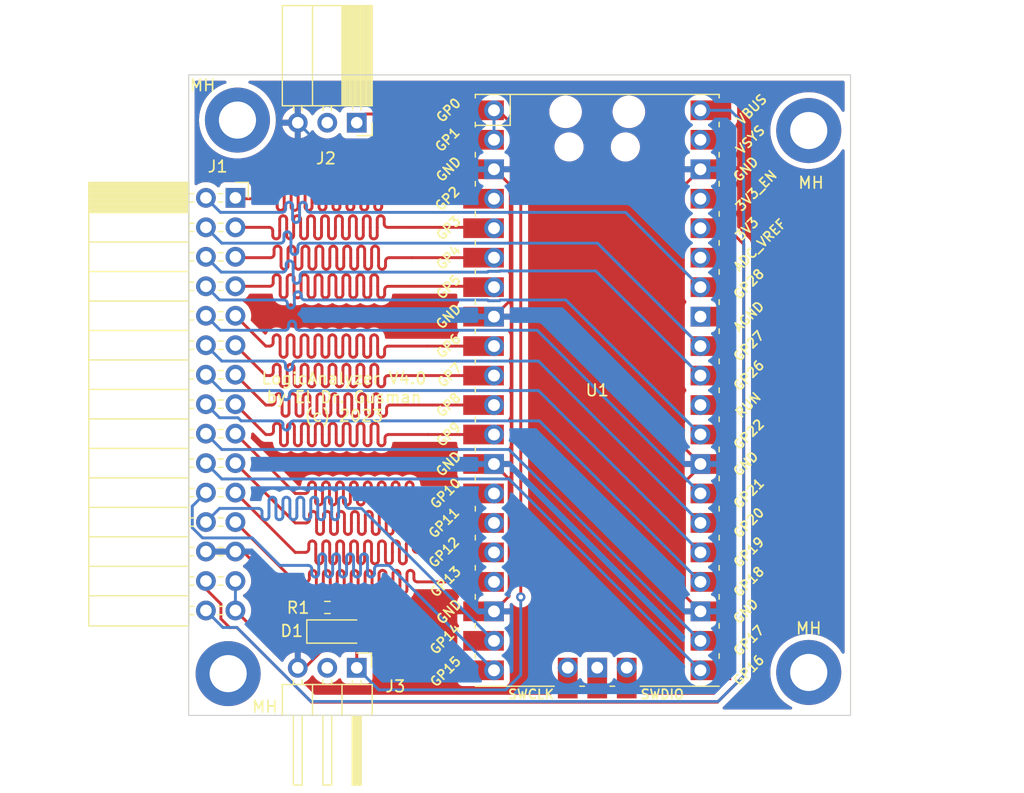
<source format=kicad_pcb>
(kicad_pcb (version 20221018) (generator pcbnew)
  (layers (0 "F.Cu" signal) (31 "B.Cu" signal) (34 "B.Paste" user) (35 "F.Paste" user) (36 "B.SilkS" user "B.Silkscreen") (37 "F.SilkS" user "F.Silkscreen") (38 "B.Mask" user) (39 "F.Mask" user) (44 "Edge.Cuts" user))
  (net 0 "")
  (net 1 "/CHAN_0")
  (net 2 "/CHAN_12")
  (net 3 "/CHAN_1")
  (net 4 "/CHAN_13")
  (net 5 "/CHAN_2")
  (net 6 "/CHAN_14")
  (net 7 "/CHAN_3")
  (net 8 "/CHAN_15")
  (net 9 "/CHAN_4")
  (net 10 "/CHAN_16")
  (net 11 "/CHAN_5")
  (net 12 "/CHAN_17")
  (net 13 "/CHAN_6")
  (net 14 "/CHAN_18")
  (net 15 "/CHAN_7")
  (net 16 "/CHAN_19")
  (net 17 "/CHAN_8")
  (net 18 "/CHAN_20")
  (net 19 "/CHAN_9")
  (net 20 "/CHAN_21")
  (net 21 "/CHAN_10")
  (net 22 "/CHAN_22")
  (net 23 "/CHAN_11")
  (net 24 "/CHAN_23")
  (net 25 "/GND")
  (net 26 "/3V3")
  (net 27 "/5V")
  (net 36 "/EXT_T")
  (net 39 "/EXT_CHAIN")
  (footprint "Diode_SMD:D_MiniMELF" (layer "F.Cu") (at 85.725 109.575)
    (fp_text reference "D1")
    (fp_text value "LL4148")
  )
  (footprint "Connector_PinSocket_2.54mm:PinSocket_1x03_P2.54mm_Horizontal" (layer "F.Cu") (at 87.475 65.725 -90)
    (fp_text reference "J2")
    (fp_text value "Conn_01x03")
  )
  (footprint "MCU_RaspberryPi_and_Boards:RPi_Pico_SMD_TH" (layer "F.Cu") (at 108.185 88.785)
    (fp_text reference "U1")
    (fp_text value "Pico")
  )
  (footprint "MountingHole:MountingHole_3.2mm_M3_DIN965_Pad_TopBottom" (layer "F.Cu") (at 126.4 113.1)
    (fp_text reference "MH")
    (fp_text value "MountingHole_3.2mm_M3_DIN965_Pad_TopBottom")
  )
  (footprint "MountingHole:MountingHole_3.2mm_M3_DIN965_Pad_TopBottom" (layer "F.Cu") (at 77.2 65.5)
    (fp_text reference "MH")
    (fp_text value "MountingHole_3.2mm_M3_DIN965_Pad_TopBottom")
  )
  (footprint "MountingHole:MountingHole_3.2mm_M3_DIN965_Pad_TopBottom" (layer "F.Cu") (at 126.4 66.4)
    (fp_text reference "MH")
    (fp_text value "MountingHole_3.2mm_M3_DIN965_Pad_TopBottom")
  )
  (footprint "Connector_PinHeader_2.54mm:PinHeader_1x03_P2.54mm_Horizontal" (layer "F.Cu") (at 87.475 112.7 -90)
    (fp_text reference "J3")
    (fp_text value "Conn_01x03")
  )
  (footprint "MountingHole:MountingHole_3.2mm_M3_DIN965_Pad_TopBottom" (layer "F.Cu") (at 76.4 113.2)
    (fp_text reference "MH")
    (fp_text value "MountingHole_3.2mm_M3_DIN965_Pad_TopBottom")
  )
  (footprint "Resistor_SMD:R_0603_1608Metric" (layer "F.Cu") (at 84.95 107.5)
    (fp_text reference "R1")
    (fp_text value "100k")
  )
  (footprint "Connector_PinSocket_2.54mm:PinSocket_2x15_P2.54mm_Horizontal" (layer "F.Cu") (at 77.025 72.2)
    (fp_text reference "J1")
    (fp_text value "Conn_02x15_Odd_Even")
  )
  (gr_rect (start 73 61.6) (end 130 116.8) (stroke (width 0.1)) (fill none) (layer "Edge.Cuts"))
  (gr_text "LogicAnalyzer V4.0\nby El Dr. Gusman\n(c) 2023" (at 86.375 89.375) (layer "F.SilkS") (effects (font (size 1 1))))
  (segment (start 83.625 72.275) (end 83.625 71.575) (width 0.25) (layer "F.Cu") (net 1))
  (segment (start 83.625 72.975) (end 83.625 72.275) (width 0.25) (layer "F.Cu") (net 1))
  (segment (start 86.625 71.575) (end 86.625 72.275) (width 0.25) (layer "F.Cu") (net 1))
  (segment (start 88.425 72.275) (end 88.425 71.575) (width 0.25) (layer "F.Cu") (net 1))
  (segment (start 82.425 72.275) (end 82.425 71.575) (width 0.25) (layer "F.Cu") (net 1))
  (segment (start 81.225 72.975) (end 81.225 72.275) (width 0.25) (layer "F.Cu") (net 1))
  (segment (start 77.1 72.275) (end 79.725 72.275) (width 0.25) (layer "F.Cu") (net 1))
  (segment (start 85.425 72.275) (end 85.425 72.975) (width 0.25) (layer "F.Cu") (net 1))
  (segment (start 80.025 71.975) (end 80.025 71.575) (width 0.25) (layer "F.Cu") (net 1))
  (segment (start 87.825 72.275) (end 87.825 72.975) (width 0.25) (layer "F.Cu") (net 1))
  (segment (start 87.225 72.275) (end 87.225 71.575) (width 0.25) (layer "F.Cu") (net 1))
  (segment (start 80.625 71.575) (end 80.625 71.975) (width 0.25) (layer "F.Cu") (net 1))
  (segment (start 89.925 72.275) (end 94.58695 72.275) (width 0.25) (layer "F.Cu") (net 1))
  (segment (start 80.625 71.975) (end 80.625 72.975) (width 0.25) (layer "F.Cu") (net 1))
  (segment (start 84.825 72.975) (end 84.825 72.275) (width 0.25) (layer "F.Cu") (net 1))
  (segment (start 89.025 72.275) (end 89.025 72.975) (width 0.25) (layer "F.Cu") (net 1))
  (segment (start 77.025 72.2) (end 77.1 72.275) (width 0.25) (layer "F.Cu") (net 1))
  (segment (start 86.025 72.975) (end 86.025 72.275) (width 0.25) (layer "F.Cu") (net 1))
  (segment (start 81.225 72.275) (end 81.225 71.575) (width 0.25) (layer "F.Cu") (net 1))
  (segment (start 86.625 72.275) (end 86.625 72.975) (width 0.25) (layer "F.Cu") (net 1))
  (segment (start 81.825 72.275) (end 81.825 72.975) (width 0.25) (layer "F.Cu") (net 1))
  (segment (start 94.58695 72.275) (end 99.295 72.275) (width 0.25) (layer "F.Cu") (net 1))
  (segment (start 84.825 72.275) (end 84.825 71.575) (width 0.25) (layer "F.Cu") (net 1))
  (segment (start 89.025 71.575) (end 89.025 72.275) (width 0.25) (layer "F.Cu") (net 1))
  (segment (start 81.825 71.575) (end 81.825 72.275) (width 0.25) (layer "F.Cu") (net 1))
  (segment (start 83.025 71.575) (end 83.025 72.275) (width 0.25) (layer "F.Cu") (net 1))
  (segment (start 89.625 72.975) (end 89.625 72.575) (width 0.25) (layer "F.Cu") (net 1))
  (segment (start 83.025 72.275) (end 83.025 72.975) (width 0.25) (layer "F.Cu") (net 1))
  (segment (start 85.425 71.575) (end 85.425 72.275) (width 0.25) (layer "F.Cu") (net 1))
  (segment (start 86.025 72.275) (end 86.025 71.575) (width 0.25) (layer "F.Cu") (net 1))
  (segment (start 84.225 72.275) (end 84.225 72.975) (width 0.25) (layer "F.Cu") (net 1))
  (segment (start 87.225 72.975) (end 87.225 72.275) (width 0.25) (layer "F.Cu") (net 1))
  (segment (start 82.425 72.975) (end 82.425 72.275) (width 0.25) (layer "F.Cu") (net 1))
  (segment (start 87.825 71.575) (end 87.825 72.275) (width 0.25) (layer "F.Cu") (net 1))
  (segment (start 88.425 72.975) (end 88.425 72.275) (width 0.25) (layer "F.Cu") (net 1))
  (segment (start 84.225 71.575) (end 84.225 72.275) (width 0.25) (layer "F.Cu") (net 1))
  (arc (start 85.725 73.275) (mid 85.937132 73.187132) (end 86.025 72.975) (width 0.25) (layer "F.Cu") (net 1))
  (arc (start 86.025 71.575) (mid 86.112868 71.362868) (end 86.325 71.275) (width 0.25) (layer "F.Cu") (net 1))
  (arc (start 83.325 73.275) (mid 83.537132 73.187132) (end 83.625 72.975) (width 0.25) (layer "F.Cu") (net 1))
  (arc (start 79.725 72.275) (mid 79.937132 72.187132) (end 80.025 71.975) (width 0.25) (layer "F.Cu") (net 1))
  (arc (start 88.125 73.275) (mid 88.337132 73.187132) (end 88.425 72.975) (width 0.25) (layer "F.Cu") (net 1))
  (arc (start 80.625 72.975) (mid 80.712868 73.187132) (end 80.925 73.275) (width 0.25) (layer "F.Cu") (net 1))
  (arc (start 86.925 73.275) (mid 87.137132 73.187132) (end 87.225 72.975) (width 0.25) (layer "F.Cu") (net 1))
  (arc (start 82.125 73.275) (mid 82.337132 73.187132) (end 82.425 72.975) (width 0.25) (layer "F.Cu") (net 1))
  (arc (start 89.025 72.975) (mid 89.112868 73.187132) (end 89.325 73.275) (width 0.25) (layer "F.Cu") (net 1))
  (arc (start 80.925 73.275) (mid 81.137132 73.187132) (end 81.225 72.975) (width 0.25) (layer "F.Cu") (net 1))
  (arc (start 84.825 71.575) (mid 84.912868 71.362868) (end 85.125 71.275) (width 0.25) (layer "F.Cu") (net 1))
  (arc (start 80.325 71.275) (mid 80.537132 71.362868) (end 80.625 71.575) (width 0.25) (layer "F.Cu") (net 1))
  (arc (start 86.325 71.275) (mid 86.537132 71.362868) (end 86.625 71.575) (width 0.25) (layer "F.Cu") (net 1))
  (arc (start 85.125 71.275) (mid 85.337132 71.362868) (end 85.425 71.575) (width 0.25) (layer "F.Cu") (net 1))
  (arc (start 83.025 72.975) (mid 83.112868 73.187132) (end 83.325 73.275) (width 0.25) (layer "F.Cu") (net 1))
  (arc (start 88.425 71.575) (mid 88.512868 71.362868) (end 88.725 71.275) (width 0.25) (layer "F.Cu") (net 1))
  (arc (start 83.625 71.575) (mid 83.712868 71.362868) (end 83.925 71.275) (width 0.25) (layer "F.Cu") (net 1))
  (arc (start 89.625 72.575) (mid 89.712868 72.362868) (end 89.925 72.275) (width 0.25) (layer "F.Cu") (net 1))
  (arc (start 85.425 72.975) (mid 85.512868 73.187132) (end 85.725 73.275) (width 0.25) (layer "F.Cu") (net 1))
  (arc (start 89.325 73.275) (mid 89.537132 73.187132) (end 89.625 72.975) (width 0.25) (layer "F.Cu") (net 1))
  (arc (start 82.725 71.275) (mid 82.937132 71.362868) (end 83.025 71.575) (width 0.25) (layer "F.Cu") (net 1))
  (arc (start 87.225 71.575) (mid 87.312868 71.362868) (end 87.525 71.275) (width 0.25) (layer "F.Cu") (net 1))
  (arc (start 81.225 71.575) (mid 81.312868 71.362868) (end 81.525 71.275) (width 0.25) (layer "F.Cu") (net 1))
  (arc (start 81.825 72.975) (mid 81.912868 73.187132) (end 82.125 73.275) (width 0.25) (layer "F.Cu") (net 1))
  (arc (start 86.625 72.975) (mid 86.712868 73.187132) (end 86.925 73.275) (width 0.25) (layer "F.Cu") (net 1))
  (arc (start 87.825 72.975) (mid 87.912868 73.187132) (end 88.125 73.275) (width 0.25) (layer "F.Cu") (net 1))
  (arc (start 87.525 71.275) (mid 87.737132 71.362868) (end 87.825 71.575) (width 0.25) (layer "F.Cu") (net 1))
  (arc (start 84.225 72.975) (mid 84.312868 73.187132) (end 84.525 73.275) (width 0.25) (layer "F.Cu") (net 1))
  (arc (start 80.025 71.575) (mid 80.112868 71.362868) (end 80.325 71.275) (width 0.25) (layer "F.Cu") (net 1))
  (arc (start 81.525 71.275) (mid 81.737132 71.362868) (end 81.825 71.575) (width 0.25) (layer "F.Cu") (net 1))
  (arc (start 84.525 73.275) (mid 84.737132 73.187132) (end 84.825 72.975) (width 0.25) (layer "F.Cu") (net 1))
  (arc (start 88.725 71.275) (mid 88.937132 71.362868) (end 89.025 71.575) (width 0.25) (layer "F.Cu") (net 1))
  (arc (start 83.925 71.275) (mid 84.137132 71.362868) (end 84.225 71.575) (width 0.25) (layer "F.Cu") (net 1))
  (arc (start 82.425 71.575) (mid 82.512868 71.362868) (end 82.725 71.275) (width 0.25) (layer "F.Cu") (net 1))
  (segment (start 84.115489 98.965489) (end 84.115489 98.29359) (width 0.25) (layer "B.Cu") (net 2))
  (segment (start 81.715489 98.965489) (end 81.715489 98.29359) (width 0.25) (layer "B.Cu") (net 2))
  (segment (start 85.315489 98.965489) (end 85.315489 98.29359) (width 0.25) (layer "B.Cu") (net 2))
  (segment (start 85.315489 99.637388) (end 85.315489 98.965489) (width 0.25) (layer "B.Cu") (net 2))
  (segment (start 82.315489 98.29359) (end 82.315489 98.965489) (width 0.25) (layer "B.Cu") (net 2))
  (segment (start 84.715489 98.965489) (end 84.715489 99.637388) (width 0.25) (layer "B.Cu") (net 2))
  (segment (start 86.515489 98.665489) (end 86.515489 98.29359) (width 0.25) (layer "B.Cu") (net 2))
  (segment (start 82.915489 98.965489) (end 82.915489 98.29359) (width 0.25) (layer "B.Cu") (net 2))
  (segment (start 77.553282 98.965489) (end 75.659511 98.965489) (width 0.25) (layer "B.Cu") (net 2))
  (segment (start 82.915489 99.637388) (end 82.915489 98.965489) (width 0.25) (layer "B.Cu") (net 2))
  (segment (start 81.115489 98.965489) (end 81.115489 99.637388) (width 0.25) (layer "B.Cu") (net 2))
  (segment (start 79.315489 99.637388) (end 79.315489 99.265489) (width 0.25) (layer "B.Cu") (net 2))
  (segment (start 81.115489 98.29359) (end 81.115489 98.965489) (width 0.25) (layer "B.Cu") (net 2))
  (segment (start 82.315489 98.965489) (end 82.315489 99.637388) (width 0.25) (layer "B.Cu") (net 2))
  (segment (start 99.295 110.375) (end 87.885489 98.965489) (width 0.25) (layer "B.Cu") (net 2))
  (segment (start 79.915489 98.965489) (end 79.915489 99.637388) (width 0.25) (layer "B.Cu") (net 2))
  (segment (start 84.715489 98.29359) (end 84.715489 98.965489) (width 0.25) (layer "B.Cu") (net 2))
  (segment (start 79.915489 98.29359) (end 79.915489 98.965489) (width 0.25) (layer "B.Cu") (net 2))
  (segment (start 75.659511 98.965489) (end 74.485 100.14) (width 0.25) (layer "B.Cu") (net 2))
  (segment (start 85.915489 98.665489) (end 85.915489 99.637388) (width 0.25) (layer "B.Cu") (net 2))
  (segment (start 80.515489 98.965489) (end 80.515489 98.29359) (width 0.25) (layer "B.Cu") (net 2))
  (segment (start 83.515489 98.29359) (end 83.515489 98.965489) (width 0.25) (layer "B.Cu") (net 2))
  (segment (start 79.015489 98.965489) (end 77.553282 98.965489) (width 0.25) (layer "B.Cu") (net 2))
  (segment (start 80.515489 99.637388) (end 80.515489 98.965489) (width 0.25) (layer "B.Cu") (net 2))
  (segment (start 81.715489 99.637388) (end 81.715489 98.965489) (width 0.25) (layer "B.Cu") (net 2))
  (segment (start 83.515489 98.965489) (end 83.515489 99.637388) (width 0.25) (layer "B.Cu") (net 2))
  (segment (start 85.915489 98.29359) (end 85.915489 98.665489) (width 0.25) (layer "B.Cu") (net 2))
  (segment (start 84.115489 99.637388) (end 84.115489 98.965489) (width 0.25) (layer "B.Cu") (net 2))
  (segment (start 87.885489 98.965489) (end 86.815489 98.965489) (width 0.25) (layer "B.Cu") (net 2))
  (arc (start 79.915489 99.637388) (mid 79.827621 99.84952) (end 79.615489 99.937388) (width 0.25) (layer "B.Cu") (net 2))
  (arc (start 80.515489 98.29359) (mid 80.427621 98.081458) (end 80.215489 97.99359) (width 0.25) (layer "B.Cu") (net 2))
  (arc (start 85.315489 98.29359) (mid 85.227621 98.081458) (end 85.015489 97.99359) (width 0.25) (layer "B.Cu") (net 2))
  (arc (start 84.715489 99.637388) (mid 84.627621 99.84952) (end 84.415489 99.937388) (width 0.25) (layer "B.Cu") (net 2))
  (arc (start 86.815489 98.965489) (mid 86.603357 98.877621) (end 86.515489 98.665489) (width 0.25) (layer "B.Cu") (net 2))
  (arc (start 81.415489 97.99359) (mid 81.203357 98.081458) (end 81.115489 98.29359) (width 0.25) (layer "B.Cu") (net 2))
  (arc (start 82.615489 97.99359) (mid 82.403357 98.081458) (end 82.315489 98.29359) (width 0.25) (layer "B.Cu") (net 2))
  (arc (start 82.915489 98.29359) (mid 82.827621 98.081458) (end 82.615489 97.99359) (width 0.25) (layer "B.Cu") (net 2))
  (arc (start 81.715489 98.29359) (mid 81.627621 98.081458) (end 81.415489 97.99359) (width 0.25) (layer "B.Cu") (net 2))
  (arc (start 79.315489 99.265489) (mid 79.227621 99.053357) (end 79.015489 98.965489) (width 0.25) (layer "B.Cu") (net 2))
  (arc (start 83.215489 99.937388) (mid 83.003357 99.84952) (end 82.915489 99.637388) (width 0.25) (layer "B.Cu") (net 2))
  (arc (start 81.115489 99.637388) (mid 81.027621 99.84952) (end 80.815489 99.937388) (width 0.25) (layer "B.Cu") (net 2))
  (arc (start 86.215489 97.99359) (mid 86.003357 98.081458) (end 85.915489 98.29359) (width 0.25) (layer "B.Cu") (net 2))
  (arc (start 86.515489 98.29359) (mid 86.427621 98.081458) (end 86.215489 97.99359) (width 0.25) (layer "B.Cu") (net 2))
  (arc (start 79.615489 99.937388) (mid 79.403357 99.84952) (end 79.315489 99.637388) (width 0.25) (layer "B.Cu") (net 2))
  (arc (start 80.215489 97.99359) (mid 80.003357 98.081458) (end 79.915489 98.29359) (width 0.25) (layer "B.Cu") (net 2))
  (arc (start 85.915489 99.637388) (mid 85.827621 99.84952) (end 85.615489 99.937388) (width 0.25) (layer "B.Cu") (net 2))
  (arc (start 82.015489 99.937388) (mid 81.803357 99.84952) (end 81.715489 99.637388) (width 0.25) (layer "B.Cu") (net 2))
  (arc (start 82.315489 99.637388) (mid 82.227621 99.84952) (end 82.015489 99.937388) (width 0.25) (layer "B.Cu") (net 2))
  (arc (start 84.415489 99.937388) (mid 84.203357 99.84952) (end 84.115489 99.637388) (width 0.25) (layer "B.Cu") (net 2))
  (arc (start 85.015489 97.99359) (mid 84.803357 98.081458) (end 84.715489 98.29359) (width 0.25) (layer "B.Cu") (net 2))
  (arc (start 84.115489 98.29359) (mid 84.027621 98.081458) (end 83.815489 97.99359) (width 0.25) (layer "B.Cu") (net 2))
  (arc (start 83.815489 97.99359) (mid 83.603357 98.081458) (end 83.515489 98.29359) (width 0.25) (layer "B.Cu") (net 2))
  (arc (start 80.815489 99.937388) (mid 80.603357 99.84952) (end 80.515489 99.637388) (width 0.25) (layer "B.Cu") (net 2))
  (arc (start 85.615489 99.937388) (mid 85.403357 99.84952) (end 85.315489 99.637388) (width 0.25) (layer "B.Cu") (net 2))
  (arc (start 83.515489 99.637388) (mid 83.427621 99.84952) (end 83.215489 99.937388) (width 0.25) (layer "B.Cu") (net 2))
  (segment (start 92.174114 74.74) (end 99.22 74.74) (width 0.25) (layer "F.Cu") (net 3))
  (segment (start 82.04 74.74) (end 82.04 74.04) (width 0.25) (layer "F.Cu") (net 3))
  (segment (start 86.24 74.04) (end 86.24 74.74) (width 0.25) (layer "F.Cu") (net 3))
  (segment (start 83.24 75.44) (end 83.24 74.74) (width 0.25) (layer "F.Cu") (net 3))
  (segment (start 80.24 75.04) (end 80.24 75.44) (width 0.25) (layer "F.Cu") (net 3))
  (segment (start 88.04 75.44) (end 88.04 74.74) (width 0.25) (layer "F.Cu") (net 3))
  (segment (start 87.44 74.04) (end 87.44 74.74) (width 0.25) (layer "F.Cu") (net 3))
  (segment (start 84.44 74.74) (end 84.44 74.04) (width 0.25) (layer "F.Cu") (net 3))
  (segment (start 85.64 75.44) (end 85.64 74.74) (width 0.25) (layer "F.Cu") (net 3))
  (segment (start 88.04 74.74) (end 88.04 74.04) (width 0.25) (layer "F.Cu") (net 3))
  (segment (start 77.025 74.74) (end 79.94 74.74) (width 0.25) (layer "F.Cu") (net 3))
  (segment (start 88.64 74.74) (end 88.64 75.44) (width 0.25) (layer "F.Cu") (net 3))
  (segment (start 99.22 74.74) (end 99.295 74.815) (width 0.25) (layer "F.Cu") (net 3))
  (segment (start 86.24 74.74) (end 86.24 75.44) (width 0.25) (layer "F.Cu") (net 3))
  (segment (start 81.44 74.04) (end 81.44 74.74) (width 0.25) (layer "F.Cu") (net 3))
  (segment (start 80.84 75.04) (end 80.84 74.04) (width 0.25) (layer "F.Cu") (net 3))
  (segment (start 89.24 75.44) (end 89.24 74.74) (width 0.25) (layer "F.Cu") (net 3))
  (segment (start 85.04 74.74) (end 85.04 75.44) (width 0.25) (layer "F.Cu") (net 3))
  (segment (start 80.84 75.44) (end 80.84 75.04) (width 0.25) (layer "F.Cu") (net 3))
  (segment (start 83.84 74.74) (end 83.84 75.44) (width 0.25) (layer "F.Cu") (net 3))
  (segment (start 86.84 75.44) (end 86.84 74.74) (width 0.25) (layer "F.Cu") (net 3))
  (segment (start 83.24 74.74) (end 83.24 74.04) (width 0.25) (layer "F.Cu") (net 3))
  (segment (start 82.64 74.74) (end 82.64 75.44) (width 0.25) (layer "F.Cu") (net 3))
  (segment (start 87.44 74.74) (end 87.44 75.44) (width 0.25) (layer "F.Cu") (net 3))
  (segment (start 84.44 75.44) (end 84.44 74.74) (width 0.25) (layer "F.Cu") (net 3))
  (segment (start 83.84 74.04) (end 83.84 74.74) (width 0.25) (layer "F.Cu") (net 3))
  (segment (start 82.04 75.44) (end 82.04 74.74) (width 0.25) (layer "F.Cu") (net 3))
  (segment (start 88.64 74.04) (end 88.64 74.74) (width 0.25) (layer "F.Cu") (net 3))
  (segment (start 81.44 74.74) (end 81.44 75.44) (width 0.25) (layer "F.Cu") (net 3))
  (segment (start 90.14 74.74) (end 92.174114 74.74) (width 0.25) (layer "F.Cu") (net 3))
  (segment (start 85.04 74.04) (end 85.04 74.74) (width 0.25) (layer "F.Cu") (net 3))
  (segment (start 82.64 74.04) (end 82.64 74.74) (width 0.25) (layer "F.Cu") (net 3))
  (segment (start 89.84 74.04) (end 89.84 74.44) (width 0.25) (layer "F.Cu") (net 3))
  (segment (start 85.64 74.74) (end 85.64 74.04) (width 0.25) (layer "F.Cu") (net 3))
  (segment (start 89.24 74.74) (end 89.24 74.04) (width 0.25) (layer "F.Cu") (net 3))
  (segment (start 86.84 74.74) (end 86.84 74.04) (width 0.25) (layer "F.Cu") (net 3))
  (arc (start 81.14 73.74) (mid 81.352132 73.827868) (end 81.44 74.04) (width 0.25) (layer "F.Cu") (net 3))
  (arc (start 87.74 75.74) (mid 87.952132 75.652132) (end 88.04 75.44) (width 0.25) (layer "F.Cu") (net 3))
  (arc (start 82.94 75.74) (mid 83.152132 75.652132) (end 83.24 75.44) (width 0.25) (layer "F.Cu") (net 3))
  (arc (start 84.14 75.74) (mid 84.352132 75.652132) (end 84.44 75.44) (width 0.25) (layer "F.Cu") (net 3))
  (arc (start 81.74 75.74) (mid 81.952132 75.652132) (end 82.04 75.44) (width 0.25) (layer "F.Cu") (net 3))
  (arc (start 88.04 74.04) (mid 88.127868 73.827868) (end 88.34 73.74) (width 0.25) (layer "F.Cu") (net 3))
  (arc (start 82.04 74.04) (mid 82.127868 73.827868) (end 82.34 73.74) (width 0.25) (layer "F.Cu") (net 3))
  (arc (start 89.54 73.74) (mid 89.752132 73.827868) (end 89.84 74.04) (width 0.25) (layer "F.Cu") (net 3))
  (arc (start 86.84 74.04) (mid 86.927868 73.827868) (end 87.14 73.74) (width 0.25) (layer "F.Cu") (net 3))
  (arc (start 84.44 74.04) (mid 84.527868 73.827868) (end 84.74 73.74) (width 0.25) (layer "F.Cu") (net 3))
  (arc (start 80.24 75.44) (mid 80.327868 75.652132) (end 80.54 75.74) (width 0.25) (layer "F.Cu") (net 3))
  (arc (start 89.84 74.44) (mid 89.927868 74.652132) (end 90.14 74.74) (width 0.25) (layer "F.Cu") (net 3))
  (arc (start 82.34 73.74) (mid 82.552132 73.827868) (end 82.64 74.04) (width 0.25) (layer "F.Cu") (net 3))
  (arc (start 85.94 73.74) (mid 86.152132 73.827868) (end 86.24 74.04) (width 0.25) (layer "F.Cu") (net 3))
  (arc (start 89.24 74.04) (mid 89.327868 73.827868) (end 89.54 73.74) (width 0.25) (layer "F.Cu") (net 3))
  (arc (start 88.94 75.74) (mid 89.152132 75.652132) (end 89.24 75.44) (width 0.25) (layer "F.Cu") (net 3))
  (arc (start 88.64 75.44) (mid 88.727868 75.652132) (end 88.94 75.74) (width 0.25) (layer "F.Cu") (net 3))
  (arc (start 80.84 74.04) (mid 80.927868 73.827868) (end 81.14 73.74) (width 0.25) (layer "F.Cu") (net 3))
  (arc (start 85.04 75.44) (mid 85.127868 75.652132) (end 85.34 75.74) (width 0.25) (layer "F.Cu") (net 3))
  (arc (start 87.14 73.74) (mid 87.352132 73.827868) (end 87.44 74.04) (width 0.25) (layer "F.Cu") (net 3))
  (arc (start 83.24 74.04) (mid 83.327868 73.827868) (end 83.54 73.74) (width 0.25) (layer "F.Cu") (net 3))
  (arc (start 79.94 74.74) (mid 80.152132 74.827868) (end 80.24 75.04) (width 0.25) (layer "F.Cu") (net 3))
  (arc (start 83.84 75.44) (mid 83.927868 75.652132) (end 84.14 75.74) (width 0.25) (layer "F.Cu") (net 3))
  (arc (start 81.44 75.44) (mid 81.527868 75.652132) (end 81.74 75.74) (width 0.25) (layer "F.Cu") (net 3))
  (arc (start 86.54 75.74) (mid 86.752132 75.652132) (end 86.84 75.44) (width 0.25) (layer "F.Cu") (net 3))
  (arc (start 88.34 73.74) (mid 88.552132 73.827868) (end 88.64 74.04) (width 0.25) (layer "F.Cu") (net 3))
  (arc (start 87.44 75.44) (mid 87.527868 75.652132) (end 87.74 75.74) (width 0.25) (layer "F.Cu") (net 3))
  (arc (start 80.54 75.74) (mid 80.752132 75.652132) (end 80.84 75.44) (width 0.25) (layer "F.Cu") (net 3))
  (arc (start 83.54 73.74) (mid 83.752132 73.827868) (end 83.84 74.04) (width 0.25) (layer "F.Cu") (net 3))
  (arc (start 84.74 73.74) (mid 84.952132 73.827868) (end 85.04 74.04) (width 0.25) (layer "F.Cu") (net 3))
  (arc (start 85.64 74.04) (mid 85.727868 73.827868) (end 85.94 73.74) (width 0.25) (layer "F.Cu") (net 3))
  (arc (start 85.34 75.74) (mid 85.552132 75.652132) (end 85.64 75.44) (width 0.25) (layer "F.Cu") (net 3))
  (arc (start 82.64 75.44) (mid 82.727868 75.652132) (end 82.94 75.74) (width 0.25) (layer "F.Cu") (net 3))
  (arc (start 86.24 75.44) (mid 86.327868 75.652132) (end 86.54 75.74) (width 0.25) (layer "F.Cu") (net 3))
  (segment (start 86.6 103.875) (end 86.6 104.574316) (width 0.25) (layer "B.Cu") (net 4))
  (segment (start 83.3 103.875) (end 80.85 103.875) (width 0.25) (layer "B.Cu") (net 4))
  (segment (start 87.8 103.875) (end 87.8 104.574316) (width 0.25) (layer "B.Cu") (net 4))
  (segment (start 84.8 103.875) (end 84.8 103.175684) (width 0.25) (layer "B.Cu") (net 4))
  (segment (start 84.2 103.175684) (end 84.2 103.875) (width 0.25) (layer "B.Cu") (net 4))
  (segment (start 88.4 104.574316) (end 88.4 104.175) (width 0.25) (layer "B.Cu") (net 4))
  (segment (start 78.480489 101.505489) (end 74.189479 101.505489) (width 0.25) (layer "B.Cu") (net 4))
  (segment (start 87.2 103.875) (end 87.2 103.175684) (width 0.25) (layer "B.Cu") (net 4))
  (segment (start 90.255 103.875) (end 89.3 103.875) (width 0.25) (layer "B.Cu") (net 4))
  (segment (start 73.310489 98.774511) (end 74.485 97.6) (width 0.25) (layer "B.Cu") (net 4))
  (segment (start 84.2 103.875) (end 84.2 104.574316) (width 0.25) (layer "B.Cu") (net 4))
  (segment (start 87.8 103.175684) (end 87.8 103.875) (width 0.25) (layer "B.Cu") (net 4))
  (segment (start 86 103.875) (end 86 103.175684) (width 0.25) (layer "B.Cu") (net 4))
  (segment (start 89 104.175) (end 89 104.574316) (width 0.25) (layer "B.Cu") (net 4))
  (segment (start 73.310489 100.626499) (end 73.310489 98.774511) (width 0.25) (layer "B.Cu") (net 4))
  (segment (start 85.4 103.175684) (end 85.4 103.875) (width 0.25) (layer "B.Cu") (net 4))
  (segment (start 83.6 104.574316) (end 83.6 104.175) (width 0.25) (layer "B.Cu") (net 4))
  (segment (start 86.6 103.175684) (end 86.6 103.875) (width 0.25) (layer "B.Cu") (net 4))
  (segment (start 87.2 104.574316) (end 87.2 103.875) (width 0.25) (layer "B.Cu") (net 4))
  (segment (start 88.4 104.175) (end 88.4 103.175684) (width 0.25) (layer "B.Cu") (net 4))
  (segment (start 80.85 103.875) (end 78.480489 101.505489) (width 0.25) (layer "B.Cu") (net 4))
  (segment (start 85.4 103.875) (end 85.4 104.574316) (width 0.25) (layer "B.Cu") (net 4))
  (segment (start 86 104.574316) (end 86 103.875) (width 0.25) (layer "B.Cu") (net 4))
  (segment (start 99.295 112.915) (end 90.255 103.875) (width 0.25) (layer "B.Cu") (net 4))
  (segment (start 74.189479 101.505489) (end 73.310489 100.626499) (width 0.25) (layer "B.Cu") (net 4))
  (segment (start 84.8 104.574316) (end 84.8 103.875) (width 0.25) (layer "B.Cu") (net 4))
  (arc (start 87.5 104.874316) (mid 87.287868 104.786448) (end 87.2 104.574316) (width 0.25) (layer "B.Cu") (net 4))
  (arc (start 85.1 104.874316) (mid 84.887868 104.786448) (end 84.8 104.574316) (width 0.25) (layer "B.Cu") (net 4))
  (arc (start 86.6 104.574316) (mid 86.512132 104.786448) (end 86.3 104.874316) (width 0.25) (layer "B.Cu") (net 4))
  (arc (start 88.1 102.875684) (mid 87.887868 102.963552) (end 87.8 103.175684) (width 0.25) (layer "B.Cu") (net 4))
  (arc (start 85.4 104.574316) (mid 85.312132 104.786448) (end 85.1 104.874316) (width 0.25) (layer "B.Cu") (net 4))
  (arc (start 88.4 103.175684) (mid 88.312132 102.963552) (end 88.1 102.875684) (width 0.25) (layer "B.Cu") (net 4))
  (arc (start 84.8 103.175684) (mid 84.712132 102.963552) (end 84.5 102.875684) (width 0.25) (layer "B.Cu") (net 4))
  (arc (start 89.3 103.875) (mid 89.087868 103.962868) (end 89 104.175) (width 0.25) (layer "B.Cu") (net 4))
  (arc (start 87.2 103.175684) (mid 87.112132 102.963552) (end 86.9 102.875684) (width 0.25) (layer "B.Cu") (net 4))
  (arc (start 83.9 104.874316) (mid 83.687868 104.786448) (end 83.6 104.574316) (width 0.25) (layer "B.Cu") (net 4))
  (arc (start 86.9 102.875684) (mid 86.687868 102.963552) (end 86.6 103.175684) (width 0.25) (layer "B.Cu") (net 4))
  (arc (start 84.5 102.875684) (mid 84.287868 102.963552) (end 84.2 103.175684) (width 0.25) (layer "B.Cu") (net 4))
  (arc (start 85.7 102.875684) (mid 85.487868 102.963552) (end 85.4 103.175684) (width 0.25) (layer "B.Cu") (net 4))
  (arc (start 87.8 104.574316) (mid 87.712132 104.786448) (end 87.5 104.874316) (width 0.25) (layer "B.Cu") (net 4))
  (arc (start 83.6 104.175) (mid 83.512132 103.962868) (end 83.3 103.875) (width 0.25) (layer "B.Cu") (net 4))
  (arc (start 86 103.175684) (mid 85.912132 102.963552) (end 85.7 102.875684) (width 0.25) (layer "B.Cu") (net 4))
  (arc (start 86.3 104.874316) (mid 86.087868 104.786448) (end 86 104.574316) (width 0.25) (layer "B.Cu") (net 4))
  (arc (start 84.2 104.574316) (mid 84.112132 104.786448) (end 83.9 104.874316) (width 0.25) (layer "B.Cu") (net 4))
  (arc (start 89 104.574316) (mid 88.912132 104.786448) (end 88.7 104.874316) (width 0.25) (layer "B.Cu") (net 4))
  (arc (start 88.7 104.874316) (mid 88.487868 104.786448) (end 88.4 104.574316) (width 0.25) (layer "B.Cu") (net 4))
  (segment (start 84.555 77.355) (end 84.555 78.055) (width 0.25) (layer "F.Cu") (net 5))
  (segment (start 87.555 78.055) (end 87.555 77.355) (width 0.25) (layer "F.Cu") (net 5))
  (segment (start 86.355 78.055) (end 86.355 77.355) (width 0.25) (layer "F.Cu") (net 5))
  (segment (start 84.555 76.655) (end 84.555 77.355) (width 0.25) (layer "F.Cu") (net 5))
  (segment (start 83.955 77.355) (end 83.955 76.655) (width 0.25) (layer "F.Cu") (net 5))
  (segment (start 77.025 77.28) (end 77.1 77.355) (width 0.25) (layer "F.Cu") (net 5))
  (segment (start 88.755 78.055) (end 88.755 77.355) (width 0.25) (layer "F.Cu") (net 5))
  (segment (start 89.355 76.655) (end 89.355 77.355) (width 0.25) (layer "F.Cu") (net 5))
  (segment (start 81.555 77.355) (end 81.555 76.655) (width 0.25) (layer "F.Cu") (net 5))
  (segment (start 86.955 76.655) (end 86.955 77.355) (width 0.25) (layer "F.Cu") (net 5))
  (segment (start 80.355 77.055) (end 80.355 76.655) (width 0.25) (layer "F.Cu") (net 5))
  (segment (start 88.155 76.655) (end 88.155 77.355) (width 0.25) (layer "F.Cu") (net 5))
  (segment (start 82.755 78.055) (end 82.755 77.355) (width 0.25) (layer "F.Cu") (net 5))
  (segment (start 85.155 77.355) (end 85.155 76.655) (width 0.25) (layer "F.Cu") (net 5))
  (segment (start 82.755 77.355) (end 82.755 76.655) (width 0.25) (layer "F.Cu") (net 5))
  (segment (start 89.355 77.355) (end 89.355 78.055) (width 0.25) (layer "F.Cu") (net 5))
  (segment (start 80.955 76.655) (end 80.955 77.055) (width 0.25) (layer "F.Cu") (net 5))
  (segment (start 85.755 76.655) (end 85.755 77.355) (width 0.25) (layer "F.Cu") (net 5))
  (segment (start 86.355 77.355) (end 86.355 76.655) (width 0.25) (layer "F.Cu") (net 5))
  (segment (start 85.155 78.055) (end 85.155 77.355) (width 0.25) (layer "F.Cu") (net 5))
  (segment (start 83.955 78.055) (end 83.955 77.355) (width 0.25) (layer "F.Cu") (net 5))
  (segment (start 83.355 76.655) (end 83.355 77.355) (width 0.25) (layer "F.Cu") (net 5))
  (segment (start 87.555 77.355) (end 87.555 76.655) (width 0.25) (layer "F.Cu") (net 5))
  (segment (start 88.755 77.355) (end 88.755 76.655) (width 0.25) (layer "F.Cu") (net 5))
  (segment (start 92.236141 77.355) (end 99.295 77.355) (width 0.25) (layer "F.Cu") (net 5))
  (segment (start 89.955 78.055) (end 89.955 77.655) (width 0.25) (layer "F.Cu") (net 5))
  (segment (start 81.555 78.055) (end 81.555 77.355) (width 0.25) (layer "F.Cu") (net 5))
  (segment (start 85.755 77.355) (end 85.755 78.055) (width 0.25) (layer "F.Cu") (net 5))
  (segment (start 88.155 77.355) (end 88.155 78.055) (width 0.25) (layer "F.Cu") (net 5))
  (segment (start 77.1 77.355) (end 80.055 77.355) (width 0.25) (layer "F.Cu") (net 5))
  (segment (start 90.255 77.355) (end 92.236141 77.355) (width 0.25) (layer "F.Cu") (net 5))
  (segment (start 86.955 77.355) (end 86.955 78.055) (width 0.25) (layer "F.Cu") (net 5))
  (segment (start 82.155 76.655) (end 82.155 77.355) (width 0.25) (layer "F.Cu") (net 5))
  (segment (start 82.155 77.355) (end 82.155 78.055) (width 0.25) (layer "F.Cu") (net 5))
  (segment (start 83.355 77.355) (end 83.355 78.055) (width 0.25) (layer "F.Cu") (net 5))
  (segment (start 80.955 77.055) (end 80.955 78.055) (width 0.25) (layer "F.Cu") (net 5))
  (arc (start 83.055 76.355) (mid 83.267132 76.442868) (end 83.355 76.655) (width 0.25) (layer "F.Cu") (net 5))
  (arc (start 85.455 76.355) (mid 85.667132 76.442868) (end 85.755 76.655) (width 0.25) (layer "F.Cu") (net 5))
  (arc (start 81.255 78.355) (mid 81.467132 78.267132) (end 81.555 78.055) (width 0.25) (layer "F.Cu") (net 5))
  (arc (start 87.255 78.355) (mid 87.467132 78.267132) (end 87.555 78.055) (width 0.25) (layer "F.Cu") (net 5))
  (arc (start 85.755 78.055) (mid 85.842868 78.267132) (end 86.055 78.355) (width 0.25) (layer "F.Cu") (net 5))
  (arc (start 89.055 76.355) (mid 89.267132 76.442868) (end 89.355 76.655) (width 0.25) (layer "F.Cu") (net 5))
  (arc (start 80.055 77.355) (mid 80.267132 77.267132) (end 80.355 77.055) (width 0.25) (layer "F.Cu") (net 5))
  (arc (start 86.955 78.055) (mid 87.042868 78.267132) (end 87.255 78.355) (width 0.25) (layer "F.Cu") (net 5))
  (arc (start 82.155 78.055) (mid 82.242868 78.267132) (end 82.455 78.355) (width 0.25) (layer "F.Cu") (net 5))
  (arc (start 82.455 78.355) (mid 82.667132 78.267132) (end 82.755 78.055) (width 0.25) (layer "F.Cu") (net 5))
  (arc (start 89.955 77.655) (mid 90.042868 77.442868) (end 90.255 77.355) (width 0.25) (layer "F.Cu") (net 5))
  (arc (start 82.755 76.655) (mid 82.842868 76.442868) (end 83.055 76.355) (width 0.25) (layer "F.Cu") (net 5))
  (arc (start 81.855 76.355) (mid 82.067132 76.442868) (end 82.155 76.655) (width 0.25) (layer "F.Cu") (net 5))
  (arc (start 83.355 78.055) (mid 83.442868 78.267132) (end 83.655 78.355) (width 0.25) (layer "F.Cu") (net 5))
  (arc (start 84.255 76.355) (mid 84.467132 76.442868) (end 84.555 76.655) (width 0.25) (layer "F.Cu") (net 5))
  (arc (start 84.855 78.355) (mid 85.067132 78.267132) (end 85.155 78.055) (width 0.25) (layer "F.Cu") (net 5))
  (arc (start 88.755 76.655) (mid 88.842868 76.442868) (end 89.055 76.355) (width 0.25) (layer "F.Cu") (net 5))
  (arc (start 86.355 76.655) (mid 86.442868 76.442868) (end 86.655 76.355) (width 0.25) (layer "F.Cu") (net 5))
  (arc (start 81.555 76.655) (mid 81.642868 76.442868) (end 81.855 76.355) (width 0.25) (layer "F.Cu") (net 5))
  (arc (start 86.055 78.355) (mid 86.267132 78.267132) (end 86.355 78.055) (width 0.25) (layer "F.Cu") (net 5))
  (arc (start 80.355 76.655) (mid 80.442868 76.442868) (end 80.655 76.355) (width 0.25) (layer "F.Cu") (net 5))
  (arc (start 88.455 78.355) (mid 88.667132 78.267132) (end 88.755 78.055) (width 0.25) (layer "F.Cu") (net 5))
  (arc (start 89.355 78.055) (mid 89.442868 78.267132) (end 89.655 78.355) (width 0.25) (layer "F.Cu") (net 5))
  (arc (start 87.855 76.355) (mid 88.067132 76.442868) (end 88.155 76.655) (width 0.25) (layer "F.Cu") (net 5))
  (arc (start 85.155 76.655) (mid 85.242868 76.442868) (end 85.455 76.355) (width 0.25) (layer "F.Cu") (net 5))
  (arc (start 86.655 76.355) (mid 86.867132 76.442868) (end 86.955 76.655) (width 0.25) (layer "F.Cu") (net 5))
  (arc (start 89.655 78.355) (mid 89.867132 78.267132) (end 89.955 78.055) (width 0.25) (layer "F.Cu") (net 5))
  (arc (start 87.555 76.655) (mid 87.642868 76.442868) (end 87.855 76.355) (width 0.25) (layer "F.Cu") (net 5))
  (arc (start 80.955 78.055) (mid 81.042868 78.267132) (end 81.255 78.355) (width 0.25) (layer "F.Cu") (net 5))
  (arc (start 88.155 78.055) (mid 88.242868 78.267132) (end 88.455 78.355) (width 0.25) (layer "F.Cu") (net 5))
  (arc (start 84.555 78.055) (mid 84.642868 78.267132) (end 84.855 78.355) (width 0.25) (layer "F.Cu") (net 5))
  (arc (start 80.655 76.355) (mid 80.867132 76.442868) (end 80.955 76.655) (width 0.25) (layer "F.Cu") (net 5))
  (arc (start 83.955 76.655) (mid 84.042868 76.442868) (end 84.255 76.355) (width 0.25) (layer "F.Cu") (net 5))
  (arc (start 83.655 78.355) (mid 83.867132 78.267132) (end 83.955 78.055) (width 0.25) (layer "F.Cu") (net 5))
  (segment (start 75.850489 96.425489) (end 74.485 95.06) (width 0.25) (layer "B.Cu") (net 6))
  (segment (start 117.075 112.915) (end 100.585489 96.425489) (width 0.25) (layer "B.Cu") (net 6))
  (segment (start 100.585489 96.425489) (end 75.850489 96.425489) (width 0.25) (layer "B.Cu") (net 6))
  (segment (start 80.88 79.52) (end 80.88 80.52) (width 0.25) (layer "F.Cu") (net 7))
  (segment (start 89.88 80.52) (end 89.88 80.12) (width 0.25) (layer "F.Cu") (net 7))
  (segment (start 82.68 80.52) (end 82.68 79.82) (width 0.25) (layer "F.Cu") (net 7))
  (segment (start 82.08 79.82) (end 82.08 80.52) (width 0.25) (layer "F.Cu") (net 7))
  (segment (start 85.08 79.82) (end 85.08 79.12) (width 0.25) (layer "F.Cu") (net 7))
  (segment (start 87.48 79.82) (end 87.48 79.12) (width 0.25) (layer "F.Cu") (net 7))
  (segment (start 83.28 79.12) (end 83.28 79.82) (width 0.25) (layer "F.Cu") (net 7))
  (segment (start 83.88 80.52) (end 83.88 79.82) (width 0.25) (layer "F.Cu") (net 7))
  (segment (start 88.68 80.52) (end 88.68 79.82) (width 0.25) (layer "F.Cu") (net 7))
  (segment (start 90.18 79.82) (end 92.406715 79.82) (width 0.25) (layer "F.Cu") (net 7))
  (segment (start 86.88 79.82) (end 86.88 80.52) (width 0.25) (layer "F.Cu") (net 7))
  (segment (start 89.28 79.12) (end 89.28 79.82) (width 0.25) (layer "F.Cu") (net 7))
  (segment (start 83.28 79.82) (end 83.28 80.52) (width 0.25) (layer "F.Cu") (net 7))
  (segment (start 82.68 79.82) (end 82.68 79.12) (width 0.25) (layer "F.Cu") (net 7))
  (segment (start 85.68 79.82) (end 85.68 80.52) (width 0.25) (layer "F.Cu") (net 7))
  (segment (start 83.88 79.82) (end 83.88 79.12) (width 0.25) (layer "F.Cu") (net 7))
  (segment (start 86.28 80.52) (end 86.28 79.82) (width 0.25) (layer "F.Cu") (net 7))
  (segment (start 87.48 80.52) (end 87.48 79.82) (width 0.25) (layer "F.Cu") (net 7))
  (segment (start 89.28 79.82) (end 89.28 80.52) (width 0.25) (layer "F.Cu") (net 7))
  (segment (start 82.08 79.12) (end 82.08 79.82) (width 0.25) (layer "F.Cu") (net 7))
  (segment (start 86.28 79.82) (end 86.28 79.12) (width 0.25) (layer "F.Cu") (net 7))
  (segment (start 85.08 80.52) (end 85.08 79.82) (width 0.25) (layer "F.Cu") (net 7))
  (segment (start 81.48 80.52) (end 81.48 79.82) (width 0.25) (layer "F.Cu") (net 7))
  (segment (start 80.88 79.12) (end 80.88 79.52) (width 0.25) (layer "F.Cu") (net 7))
  (segment (start 88.68 79.82) (end 88.68 79.12) (width 0.25) (layer "F.Cu") (net 7))
  (segment (start 80.28 79.52) (end 80.28 79.12) (width 0.25) (layer "F.Cu") (net 7))
  (segment (start 84.48 79.12) (end 84.48 79.82) (width 0.25) (layer "F.Cu") (net 7))
  (segment (start 85.68 79.12) (end 85.68 79.82) (width 0.25) (layer "F.Cu") (net 7))
  (segment (start 88.08 79.12) (end 88.08 79.82) (width 0.25) (layer "F.Cu") (net 7))
  (segment (start 81.48 79.82) (end 81.48 79.12) (width 0.25) (layer "F.Cu") (net 7))
  (segment (start 77.025 79.82) (end 79.98 79.82) (width 0.25) (layer "F.Cu") (net 7))
  (segment (start 84.48 79.82) (end 84.48 80.52) (width 0.25) (layer "F.Cu") (net 7))
  (segment (start 88.08 79.82) (end 88.08 80.52) (width 0.25) (layer "F.Cu") (net 7))
  (segment (start 92.406715 79.82) (end 99.22 79.82) (width 0.25) (layer "F.Cu") (net 7))
  (segment (start 86.88 79.12) (end 86.88 79.82) (width 0.25) (layer "F.Cu") (net 7))
  (segment (start 99.22 79.82) (end 99.295 79.895) (width 0.25) (layer "F.Cu") (net 7))
  (arc (start 88.08 80.52) (mid 88.167868 80.732132) (end 88.38 80.82) (width 0.25) (layer "F.Cu") (net 7))
  (arc (start 82.98 78.82) (mid 83.192132 78.907868) (end 83.28 79.12) (width 0.25) (layer "F.Cu") (net 7))
  (arc (start 83.88 79.12) (mid 83.967868 78.907868) (end 84.18 78.82) (width 0.25) (layer "F.Cu") (net 7))
  (arc (start 82.68 79.12) (mid 82.767868 78.907868) (end 82.98 78.82) (width 0.25) (layer "F.Cu") (net 7))
  (arc (start 84.18 78.82) (mid 84.392132 78.907868) (end 84.48 79.12) (width 0.25) (layer "F.Cu") (net 7))
  (arc (start 89.88 80.12) (mid 89.967868 79.907868) (end 90.18 79.82) (width 0.25) (layer "F.Cu") (net 7))
  (arc (start 81.18 80.82) (mid 81.392132 80.732132) (end 81.48 80.52) (width 0.25) (layer "F.Cu") (net 7))
  (arc (start 84.48 80.52) (mid 84.567868 80.732132) (end 84.78 80.82) (width 0.25) (layer "F.Cu") (net 7))
  (arc (start 86.88 80.52) (mid 86.967868 80.732132) (end 87.18 80.82) (width 0.25) (layer "F.Cu") (net 7))
  (arc (start 85.68 80.52) (mid 85.767868 80.732132) (end 85.98 80.82) (width 0.25) (layer "F.Cu") (net 7))
  (arc (start 83.58 80.82) (mid 83.792132 80.732132) (end 83.88 80.52) (width 0.25) (layer "F.Cu") (net 7))
  (arc (start 84.78 80.82) (mid 84.992132 80.732132) (end 85.08 80.52) (width 0.25) (layer "F.Cu") (net 7))
  (arc (start 88.68 79.12) (mid 88.767868 78.907868) (end 88.98 78.82) (width 0.25) (layer "F.Cu") (net 7))
  (arc (start 87.18 80.82) (mid 87.392132 80.732132) (end 87.48 80.52) (width 0.25) (layer "F.Cu") (net 7))
  (arc (start 87.78 78.82) (mid 87.992132 78.907868) (end 88.08 79.12) (width 0.25) (layer "F.Cu") (net 7))
  (arc (start 82.08 80.52) (mid 82.167868 80.732132) (end 82.38 80.82) (width 0.25) (layer "F.Cu") (net 7))
  (arc (start 85.98 80.82) (mid 86.192132 80.732132) (end 86.28 80.52) (width 0.25) (layer "F.Cu") (net 7))
  (arc (start 89.58 80.82) (mid 89.792132 80.732132) (end 89.88 80.52) (width 0.25) (layer "F.Cu") (net 7))
  (arc (start 80.58 78.82) (mid 80.792132 78.907868) (end 80.88 79.12) (width 0.25) (layer "F.Cu") (net 7))
  (arc (start 86.28 79.12) (mid 86.367868 78.907868) (end 86.58 78.82) (width 0.25) (layer "F.Cu") (net 7))
  (arc (start 80.88 80.52) (mid 80.967868 80.732132) (end 81.18 80.82) (width 0.25) (layer "F.Cu") (net 7))
  (arc (start 85.38 78.82) (mid 85.592132 78.907868) (end 85.68 79.12) (width 0.25) (layer "F.Cu") (net 7))
  (arc (start 86.58 78.82) (mid 86.792132 78.907868) (end 86.88 79.12) (width 0.25) (layer "F.Cu") (net 7))
  (arc (start 81.48 79.12) (mid 81.567868 78.907868) (end 81.78 78.82) (width 0.25) (layer "F.Cu") (net 7))
  (arc (start 88.38 80.82) (mid 88.592132 80.732132) (end 88.68 80.52) (width 0.25) (layer "F.Cu") (net 7))
  (arc (start 83.28 80.52) (mid 83.367868 80.732132) (end 83.58 80.82) (width 0.25) (layer "F.Cu") (net 7))
  (arc (start 88.98 78.82) (mid 89.192132 78.907868) (end 89.28 79.12) (width 0.25) (layer "F.Cu") (net 7))
  (arc (start 89.28 80.52) (mid 89.367868 80.732132) (end 89.58 80.82) (width 0.25) (layer "F.Cu") (net 7))
  (arc (start 87.48 79.12) (mid 87.567868 78.907868) (end 87.78 78.82) (width 0.25) (layer "F.Cu") (net 7))
  (arc (start 79.98 79.82) (mid 80.192132 79.732132) (end 80.28 79.52) (width 0.25) (layer "F.Cu") (net 7))
  (arc (start 81.78 78.82) (mid 81.992132 78.907868) (end 82.08 79.12) (width 0.25) (layer "F.Cu") (net 7))
  (arc (start 85.08 79.12) (mid 85.167868 78.907868) (end 85.38 78.82) (width 0.25) (layer "F.Cu") (net 7))
  (arc (start 82.38 80.82) (mid 82.592132 80.732132) (end 82.68 80.52) (width 0.25) (layer "F.Cu") (net 7))
  (arc (start 80.28 79.12) (mid 80.367868 78.907868) (end 80.58 78.82) (width 0.25) (layer "F.Cu") (net 7))
  (segment (start 75.850489 93.885489) (end 100.585489 93.885489) (width 0.25) (layer "B.Cu") (net 8))
  (segment (start 74.485 92.52) (end 75.850489 93.885489) (width 0.25) (layer "B.Cu") (net 8))
  (segment (start 100.585489 93.885489) (end 117.075 110.375) (width 0.25) (layer "B.Cu") (net 8))
  (segment (start 81.475 85.644524) (end 81.475 84.975) (width 0.25) (layer "F.Cu") (net 9))
  (segment (start 84.475 84.305476) (end 84.475 84.975) (width 0.25) (layer "F.Cu") (net 9))
  (segment (start 89.875 85.644524) (end 89.875 85.275) (width 0.25) (layer "F.Cu") (net 9))
  (segment (start 88.675 85.644524) (end 88.675 84.975) (width 0.25) (layer "F.Cu") (net 9))
  (segment (start 86.275 85.644524) (end 86.275 84.975) (width 0.25) (layer "F.Cu") (net 9))
  (segment (start 83.875 85.644524) (end 83.875 84.975) (width 0.25) (layer "F.Cu") (net 9))
  (segment (start 88.675 84.975) (end 88.675 84.305476) (width 0.25) (layer "F.Cu") (net 9))
  (segment (start 85.075 85.644524) (end 85.075 84.975) (width 0.25) (layer "F.Cu") (net 9))
  (segment (start 86.275 84.975) (end 86.275 84.305476) (width 0.25) (layer "F.Cu") (net 9))
  (segment (start 87.475 85.644524) (end 87.475 84.975) (width 0.25) (layer "F.Cu") (net 9))
  (segment (start 82.675 84.975) (end 82.675 84.305476) (width 0.25) (layer "F.Cu") (net 9))
  (segment (start 83.275 84.305476) (end 83.275 84.975) (width 0.25) (layer "F.Cu") (net 9))
  (segment (start 88.075 84.975) (end 88.075 85.644524) (width 0.25) (layer "F.Cu") (net 9))
  (segment (start 80.875 84.675) (end 80.875 85.644524) (width 0.25) (layer "F.Cu") (net 9))
  (segment (start 89.275 84.305476) (end 89.275 84.975) (width 0.25) (layer "F.Cu") (net 9))
  (segment (start 83.275 84.975) (end 83.275 85.644524) (width 0.25) (layer "F.Cu") (net 9))
  (segment (start 89.275 84.975) (end 89.275 85.644524) (width 0.25) (layer "F.Cu") (net 9))
  (segment (start 90.175 84.975) (end 93.554212 84.975) (width 0.25) (layer "F.Cu") (net 9))
  (segment (start 88.075 84.305476) (end 88.075 84.975) (width 0.25) (layer "F.Cu") (net 9))
  (segment (start 77.025 82.36) (end 79.64 84.975) (width 0.25) (layer "F.Cu") (net 9))
  (segment (start 93.554212 84.975) (end 99.295 84.975) (width 0.25) (layer "F.Cu") (net 9))
  (segment (start 80.875 84.305476) (end 80.875 84.675) (width 0.25) (layer "F.Cu") (net 9))
  (segment (start 82.675 85.644524) (end 82.675 84.975) (width 0.25) (layer "F.Cu") (net 9))
  (segment (start 82.075 84.305476) (end 82.075 84.975) (width 0.25) (layer "F.Cu") (net 9))
  (segment (start 79.64 84.975) (end 79.975 84.975) (width 0.25) (layer "F.Cu") (net 9))
  (segment (start 86.875 84.975) (end 86.875 85.644524) (width 0.25) (layer "F.Cu") (net 9))
  (segment (start 80.275 84.675) (end 80.275 84.305476) (width 0.25) (layer "F.Cu") (net 9))
  (segment (start 87.475 84.975) (end 87.475 84.305476) (width 0.25) (layer "F.Cu") (net 9))
  (segment (start 85.675 84.975) (end 85.675 85.644524) (width 0.25) (layer "F.Cu") (net 9))
  (segment (start 81.475 84.975) (end 81.475 84.305476) (width 0.25) (layer "F.Cu") (net 9))
  (segment (start 82.075 84.975) (end 82.075 85.644524) (width 0.25) (layer "F.Cu") (net 9))
  (segment (start 85.675 84.305476) (end 85.675 84.975) (width 0.25) (layer "F.Cu") (net 9))
  (segment (start 84.475 84.975) (end 84.475 85.644524) (width 0.25) (layer "F.Cu") (net 9))
  (segment (start 85.075 84.975) (end 85.075 84.305476) (width 0.25) (layer "F.Cu") (net 9))
  (segment (start 83.875 84.975) (end 83.875 84.305476) (width 0.25) (layer "F.Cu") (net 9))
  (segment (start 86.875 84.305476) (end 86.875 84.975) (width 0.25) (layer "F.Cu") (net 9))
  (arc (start 89.275 85.644524) (mid 89.362868 85.856656) (end 89.575 85.944524) (width 0.25) (layer "F.Cu") (net 9))
  (arc (start 88.075 85.644524) (mid 88.162868 85.856656) (end 88.375 85.944524) (width 0.25) (layer "F.Cu") (net 9))
  (arc (start 82.975 84.005476) (mid 83.187132 84.093344) (end 83.275 84.305476) (width 0.25) (layer "F.Cu") (net 9))
  (arc (start 79.975 84.975) (mid 80.187132 84.887132) (end 80.275 84.675) (width 0.25) (layer "F.Cu") (net 9))
  (arc (start 84.475 85.644524) (mid 84.562868 85.856656) (end 84.775 85.944524) (width 0.25) (layer "F.Cu") (net 9))
  (arc (start 82.075 85.644524) (mid 82.162868 85.856656) (end 82.375 85.944524) (width 0.25) (layer "F.Cu") (net 9))
  (arc (start 80.575 84.005476) (mid 80.787132 84.093344) (end 80.875 84.305476) (width 0.25) (layer "F.Cu") (net 9))
  (arc (start 88.375 85.944524) (mid 88.587132 85.856656) (end 88.675 85.644524) (width 0.25) (layer "F.Cu") (net 9))
  (arc (start 87.475 84.305476) (mid 87.562868 84.093344) (end 87.775 84.005476) (width 0.25) (layer "F.Cu") (net 9))
  (arc (start 85.075 84.305476) (mid 85.162868 84.093344) (end 85.375 84.005476) (width 0.25) (layer "F.Cu") (net 9))
  (arc (start 87.775 84.005476) (mid 87.987132 84.093344) (end 88.075 84.305476) (width 0.25) (layer "F.Cu") (net 9))
  (arc (start 85.975 85.944524) (mid 86.187132 85.856656) (end 86.275 85.644524) (width 0.25) (layer "F.Cu") (net 9))
  (arc (start 81.775 84.005476) (mid 81.987132 84.093344) (end 82.075 84.305476) (width 0.25) (layer "F.Cu") (net 9))
  (arc (start 85.675 85.644524) (mid 85.762868 85.856656) (end 85.975 85.944524) (width 0.25) (layer "F.Cu") (net 9))
  (arc (start 86.875 85.644524) (mid 86.962868 85.856656) (end 87.175 85.944524) (width 0.25) (layer "F.Cu") (net 9))
  (arc (start 88.975 84.005476) (mid 89.187132 84.093344) (end 89.275 84.305476) (width 0.25) (layer "F.Cu") (net 9))
  (arc (start 83.575 85.944524) (mid 83.787132 85.856656) (end 83.875 85.644524) (width 0.25) (layer "F.Cu") (net 9))
  (arc (start 85.375 84.005476) (mid 85.587132 84.093344) (end 85.675 84.305476) (width 0.25) (layer "F.Cu") (net 9))
  (arc (start 83.275 85.644524) (mid 83.362868 85.856656) (end 83.575 85.944524) (width 0.25) (layer "F.Cu") (net 9))
  (arc (start 80.275 84.305476) (mid 80.362868 84.093344) (end 80.575 84.005476) (width 0.25) (layer "F.Cu") (net 9))
  (arc (start 88.675 84.305476) (mid 88.762868 84.093344) (end 88.975 84.005476) (width 0.25) (layer "F.Cu") (net 9))
  (arc (start 82.675 84.305476) (mid 82.762868 84.093344) (end 82.975 84.005476) (width 0.25) (layer "F.Cu") (net 9))
  (arc (start 83.875 84.305476) (mid 83.962868 84.093344) (end 84.175 84.005476) (width 0.25) (layer "F.Cu") (net 9))
  (arc (start 89.575 85.944524) (mid 89.787132 85.856656) (end 89.875 85.644524) (width 0.25) (layer "F.Cu") (net 9))
  (arc (start 87.175 85.944524) (mid 87.387132 85.856656) (end 87.475 85.644524) (width 0.25) (layer "F.Cu") (net 9))
  (arc (start 80.875 85.644524) (mid 80.962868 85.856656) (end 81.175 85.944524) (width 0.25) (layer "F.Cu") (net 9))
  (arc (start 81.175 85.944524) (mid 81.387132 85.856656) (end 81.475 85.644524) (width 0.25) (layer "F.Cu") (net 9))
  (arc (start 81.475 84.305476) (mid 81.562868 84.093344) (end 81.775 84.005476) (width 0.25) (layer "F.Cu") (net 9))
  (arc (start 89.875 85.275) (mid 89.962868 85.062868) (end 90.175 84.975) (width 0.25) (layer "F.Cu") (net 9))
  (arc (start 86.275 84.305476) (mid 86.362868 84.093344) (end 86.575 84.005476) (width 0.25) (layer "F.Cu") (net 9))
  (arc (start 82.375 85.944524) (mid 82.587132 85.856656) (end 82.675 85.644524) (width 0.25) (layer "F.Cu") (net 9))
  (arc (start 84.175 84.005476) (mid 84.387132 84.093344) (end 84.475 84.305476) (width 0.25) (layer "F.Cu") (net 9))
  (arc (start 84.775 85.944524) (mid 84.987132 85.856656) (end 85.075 85.644524) (width 0.25) (layer "F.Cu") (net 9))
  (arc (start 86.575 84.005476) (mid 86.787132 84.093344) (end 86.875 84.305476) (width 0.25) (layer "F.Cu") (net 9))
  (segment (start 81.120489 91.720489) (end 81.120489 91.911156) (width 0.25) (layer "B.Cu") (net 10))
  (segment (start 74.485 89.98) (end 75.659511 91.154511) (width 0.25) (layer "B.Cu") (net 10))
  (segment (start 77.520489 91.420489) (end 80.820489 91.420489) (width 0.25) (layer "B.Cu") (net 10))
  (segment (start 82.020489 91.420489) (end 88.670961 91.420489) (width 0.25) (layer "B.Cu") (net 10))
  (segment (start 75.659511 91.154511) (end 77.254511 91.154511) (width 0.25) (layer "B.Cu") (net 10))
  (segment (start 77.254511 91.154511) (end 77.520489 91.420489) (width 0.25) (layer "B.Cu") (net 10))
  (segment (start 103.200489 91.420489) (end 117.075 105.295) (width 0.25) (layer "B.Cu") (net 10))
  (segment (start 81.720489 91.911156) (end 81.720489 91.720489) (width 0.25) (layer "B.Cu") (net 10))
  (segment (start 88.670961 91.420489) (end 103.200489 91.420489) (width 0.25) (layer "B.Cu") (net 10))
  (arc (start 80.820489 91.420489) (mid 81.032621 91.508357) (end 81.120489 91.720489) (width 0.25) (layer "B.Cu") (net 10))
  (arc (start 81.720489 91.720489) (mid 81.808357 91.508357) (end 82.020489 91.420489) (width 0.25) (layer "B.Cu") (net 10))
  (arc (start 81.420489 92.211156) (mid 81.632621 92.123288) (end 81.720489 91.911156) (width 0.25) (layer "B.Cu") (net 10))
  (arc (start 81.120489 91.911156) (mid 81.208357 92.123288) (end 81.420489 92.211156) (width 0.25) (layer "B.Cu") (net 10))
  (segment (start 77.025 84.9) (end 79.64 87.515) (width 0.25) (layer "F.Cu") (net 11))
  (segment (start 83.285 86.845476) (end 83.285 87.515) (width 0.25) (layer "F.Cu") (net 11))
  (segment (start 85.085 88.184524) (end 85.085 87.515) (width 0.25) (layer "F.Cu") (net 11))
  (segment (start 83.285 87.515) (end 83.285 88.184524) (width 0.25) (layer "F.Cu") (net 11))
  (segment (start 86.885 86.845476) (end 86.885 87.515) (width 0.25) (layer "F.Cu") (net 11))
  (segment (start 88.085 86.845476) (end 88.085 87.515) (width 0.25) (layer "F.Cu") (net 11))
  (segment (start 89.285 86.845476) (end 89.285 87.515) (width 0.25) (layer "F.Cu") (net 11))
  (segment (start 88.085 87.515) (end 88.085 88.184524) (width 0.25) (layer "F.Cu") (net 11))
  (segment (start 88.685 88.184524) (end 88.685 87.515) (width 0.25) (layer "F.Cu") (net 11))
  (segment (start 85.685 86.845476) (end 85.685 87.515) (width 0.25) (layer "F.Cu") (net 11))
  (segment (start 86.285 87.515) (end 86.285 86.845476) (width 0.25) (layer "F.Cu") (net 11))
  (segment (start 82.685 88.184524) (end 82.685 87.515) (width 0.25) (layer "F.Cu") (net 11))
  (segment (start 82.685 87.515) (end 82.685 86.845476) (width 0.25) (layer "F.Cu") (net 11))
  (segment (start 86.285 88.184524) (end 86.285 87.515) (width 0.25) (layer "F.Cu") (net 11))
  (segment (start 79.64 87.515) (end 79.985 87.515) (width 0.25) (layer "F.Cu") (net 11))
  (segment (start 81.485 88.184524) (end 81.485 87.515) (width 0.25) (layer "F.Cu") (net 11))
  (segment (start 85.685 87.515) (end 85.685 88.184524) (width 0.25) (layer "F.Cu") (net 11))
  (segment (start 89.885 88.184524) (end 89.885 87.815) (width 0.25) (layer "F.Cu") (net 11))
  (segment (start 84.485 86.845476) (end 84.485 87.515) (width 0.25) (layer "F.Cu") (net 11))
  (segment (start 82.085 87.515) (end 82.085 88.184524) (width 0.25) (layer "F.Cu") (net 11))
  (segment (start 82.085 86.845476) (end 82.085 87.515) (width 0.25) (layer "F.Cu") (net 11))
  (segment (start 80.885 87.215) (end 80.885 88.184524) (width 0.25) (layer "F.Cu") (net 11))
  (segment (start 84.485 87.515) (end 84.485 88.184524) (width 0.25) (layer "F.Cu") (net 11))
  (segment (start 86.885 87.515) (end 86.885 88.184524) (width 0.25) (layer "F.Cu") (net 11))
  (segment (start 85.085 87.515) (end 85.085 86.845476) (width 0.25) (layer "F.Cu") (net 11))
  (segment (start 87.485 87.515) (end 87.485 86.845476) (width 0.25) (layer "F.Cu") (net 11))
  (segment (start 89.285 87.515) (end 89.285 88.184524) (width 0.25) (layer "F.Cu") (net 11))
  (segment (start 93.005695 87.515) (end 99.295 87.515) (width 0.25) (layer "F.Cu") (net 11))
  (segment (start 90.185 87.515) (end 93.005695 87.515) (width 0.25) (layer "F.Cu") (net 11))
  (segment (start 81.485 87.515) (end 81.485 86.845476) (width 0.25) (layer "F.Cu") (net 11))
  (segment (start 83.885 87.515) (end 83.885 86.845476) (width 0.25) (layer "F.Cu") (net 11))
  (segment (start 87.485 88.184524) (end 87.485 87.515) (width 0.25) (layer "F.Cu") (net 11))
  (segment (start 80.885 86.845476) (end 80.885 87.215) (width 0.25) (layer "F.Cu") (net 11))
  (segment (start 83.885 88.184524) (end 83.885 87.515) (width 0.25) (layer "F.Cu") (net 11))
  (segment (start 80.285 87.215) (end 80.285 86.845476) (width 0.25) (layer "F.Cu") (net 11))
  (segment (start 88.685 87.515) (end 88.685 86.845476) (width 0.25) (layer "F.Cu") (net 11))
  (arc (start 89.885 87.815) (mid 89.972868 87.602868) (end 90.185 87.515) (width 0.25) (layer "F.Cu") (net 11))
  (arc (start 82.085 88.184524) (mid 82.172868 88.396656) (end 82.385 88.484524) (width 0.25) (layer "F.Cu") (net 11))
  (arc (start 81.785 86.545476) (mid 81.997132 86.633344) (end 82.085 86.845476) (width 0.25) (layer "F.Cu") (net 11))
  (arc (start 80.885 88.184524) (mid 80.972868 88.396656) (end 81.185 88.484524) (width 0.25) (layer "F.Cu") (net 11))
  (arc (start 88.085 88.184524) (mid 88.172868 88.396656) (end 88.385 88.484524) (width 0.25) (layer "F.Cu") (net 11))
  (arc (start 84.185 86.545476) (mid 84.397132 86.633344) (end 84.485 86.845476) (width 0.25) (layer "F.Cu") (net 11))
  (arc (start 87.785 86.545476) (mid 87.997132 86.633344) (end 88.085 86.845476) (width 0.25) (layer "F.Cu") (net 11))
  (arc (start 85.685 88.184524) (mid 85.772868 88.396656) (end 85.985 88.484524) (width 0.25) (layer "F.Cu") (net 11))
  (arc (start 86.285 86.845476) (mid 86.372868 86.633344) (end 86.585 86.545476) (width 0.25) (layer "F.Cu") (net 11))
  (arc (start 79.985 87.515) (mid 80.197132 87.427132) (end 80.285 87.215) (width 0.25) (layer "F.Cu") (net 11))
  (arc (start 88.685 86.845476) (mid 88.772868 86.633344) (end 88.985 86.545476) (width 0.25) (layer "F.Cu") (net 11))
  (arc (start 88.985 86.545476) (mid 89.197132 86.633344) (end 89.285 86.845476) (width 0.25) (layer "F.Cu") (net 11))
  (arc (start 87.185 88.484524) (mid 87.397132 88.396656) (end 87.485 88.184524) (width 0.25) (layer "F.Cu") (net 11))
  (arc (start 89.585 88.484524) (mid 89.797132 88.396656) (end 89.885 88.184524) (width 0.25) (layer "F.Cu") (net 11))
  (arc (start 83.585 88.484524) (mid 83.797132 88.396656) (end 83.885 88.184524) (width 0.25) (layer "F.Cu") (net 11))
  (arc (start 85.085 86.845476) (mid 85.172868 86.633344) (end 85.385 86.545476) (width 0.25) (layer "F.Cu") (net 11))
  (arc (start 81.485 86.845476) (mid 81.572868 86.633344) (end 81.785 86.545476) (width 0.25) (layer "F.Cu") (net 11))
  (arc (start 86.585 86.545476) (mid 86.797132 86.633344) (end 86.885 86.845476) (width 0.25) (layer "F.Cu") (net 11))
  (arc (start 82.985 86.545476) (mid 83.197132 86.633344) (end 83.285 86.845476) (width 0.25) (layer "F.Cu") (net 11))
  (arc (start 82.685 86.845476) (mid 82.772868 86.633344) (end 82.985 86.545476) (width 0.25) (layer "F.Cu") (net 11))
  (arc (start 85.385 86.545476) (mid 85.597132 86.633344) (end 85.685 86.845476) (width 0.25) (layer "F.Cu") (net 11))
  (arc (start 87.485 86.845476) (mid 87.572868 86.633344) (end 87.785 86.545476) (width 0.25) (layer "F.Cu") (net 11))
  (arc (start 84.485 88.184524) (mid 84.572868 88.396656) (end 84.785 88.484524) (width 0.25) (layer "F.Cu") (net 11))
  (arc (start 83.885 86.845476) (mid 83.972868 86.633344) (end 84.185 86.545476) (width 0.25) (layer "F.Cu") (net 11))
  (arc (start 80.585 86.545476) (mid 80.797132 86.633344) (end 80.885 86.845476) (width 0.25) (layer "F.Cu") (net 11))
  (arc (start 86.885 88.184524) (mid 86.972868 88.396656) (end 87.185 88.484524) (width 0.25) (layer "F.Cu") (net 11))
  (arc (start 82.385 88.484524) (mid 82.597132 88.396656) (end 82.685 88.184524) (width 0.25) (layer "F.Cu") (net 11))
  (arc (start 84.785 88.484524) (mid 84.997132 88.396656) (end 85.085 88.184524) (width 0.25) (layer "F.Cu") (net 11))
  (arc (start 80.285 86.845476) (mid 80.372868 86.633344) (end 80.585 86.545476) (width 0.25) (layer "F.Cu") (net 11))
  (arc (start 81.185 88.484524) (mid 81.397132 88.396656) (end 81.485 88.184524) (width 0.25) (layer "F.Cu") (net 11))
  (arc (start 85.985 88.484524) (mid 86.197132 88.396656) (end 86.285 88.184524) (width 0.25) (layer "F.Cu") (net 11))
  (arc (start 88.385 88.484524) (mid 88.597132 88.396656) (end 88.685 88.184524) (width 0.25) (layer "F.Cu") (net 11))
  (arc (start 89.285 88.184524) (mid 89.372868 88.396656) (end 89.585 88.484524) (width 0.25) (layer "F.Cu") (net 11))
  (arc (start 83.285 88.184524) (mid 83.372868 88.396656) (end 83.585 88.484524) (width 0.25) (layer "F.Cu") (net 11))
  (segment (start 103.125489 88.805489) (end 117.075 102.755) (width 0.25) (layer "B.Cu") (net 12))
  (segment (start 81.694511 89.29619) (end 81.694511 89.105489) (width 0.25) (layer "B.Cu") (net 12))
  (segment (start 81.094511 89.105489) (end 81.094511 89.29619) (width 0.25) (layer "B.Cu") (net 12))
  (segment (start 74.485 87.44) (end 75.850489 88.805489) (width 0.25) (layer "B.Cu") (net 12))
  (segment (start 81.994511 88.805489) (end 85.687857 88.805489) (width 0.25) (layer "B.Cu") (net 12))
  (segment (start 85.687857 88.805489) (end 103.125489 88.805489) (width 0.25) (layer "B.Cu") (net 12))
  (segment (start 75.850489 88.805489) (end 80.794511 88.805489) (width 0.25) (layer "B.Cu") (net 12))
  (arc (start 81.394511 89.59619) (mid 81.606643 89.508322) (end 81.694511 89.29619) (width 0.25) (layer "B.Cu") (net 12))
  (arc (start 81.694511 89.105489) (mid 81.782379 88.893357) (end 81.994511 88.805489) (width 0.25) (layer "B.Cu") (net 12))
  (arc (start 81.094511 89.29619) (mid 81.182379 89.508322) (end 81.394511 89.59619) (width 0.25) (layer "B.Cu") (net 12))
  (arc (start 80.794511 88.805489) (mid 81.006643 88.893357) (end 81.094511 89.105489) (width 0.25) (layer "B.Cu") (net 12))
  (segment (start 84.645 89.385476) (end 84.645 90.055) (width 0.25) (layer "F.Cu") (net 13))
  (segment (start 88.245 89.385476) (end 88.245 90.055) (width 0.25) (layer "F.Cu") (net 13))
  (segment (start 89.445 89.385476) (end 89.445 90.055) (width 0.25) (layer "F.Cu") (net 13))
  (segment (start 79.64 90.055) (end 80.145 90.055) (width 0.25) (layer "F.Cu") (net 13))
  (segment (start 88.245 90.055) (end 88.245 90.724524) (width 0.25) (layer "F.Cu") (net 13))
  (segment (start 80.445 89.755) (end 80.445 89.385476) (width 0.25) (layer "F.Cu") (net 13))
  (segment (start 87.645 90.055) (end 87.645 89.385476) (width 0.25) (layer "F.Cu") (net 13))
  (segment (start 90.045 90.724524) (end 90.045 90.355) (width 0.25) (layer "F.Cu") (net 13))
  (segment (start 87.045 89.385476) (end 87.045 90.055) (width 0.25) (layer "F.Cu") (net 13))
  (segment (start 77.025 87.44) (end 79.64 90.055) (width 0.25) (layer "F.Cu") (net 13))
  (segment (start 82.245 89.385476) (end 82.245 90.055) (width 0.25) (layer "F.Cu") (net 13))
  (segment (start 89.445 90.055) (end 89.445 90.724524) (width 0.25) (layer "F.Cu") (net 13))
  (segment (start 84.045 90.724524) (end 84.045 90.055) (width 0.25) (layer "F.Cu") (net 13))
  (segment (start 83.445 89.385476) (end 83.445 90.055) (width 0.25) (layer "F.Cu") (net 13))
  (segment (start 88.845 90.055) (end 88.845 89.385476) (width 0.25) (layer "F.Cu") (net 13))
  (segment (start 85.845 89.385476) (end 85.845 90.055) (width 0.25) (layer "F.Cu") (net 13))
  (segment (start 86.445 90.724524) (end 86.445 90.055) (width 0.25) (layer "F.Cu") (net 13))
  (segment (start 81.045 89.385476) (end 81.045 89.755) (width 0.25) (layer "F.Cu") (net 13))
  (segment (start 88.845 90.724524) (end 88.845 90.055) (width 0.25) (layer "F.Cu") (net 13))
  (segment (start 81.645 90.055) (end 81.645 89.385476) (width 0.25) (layer "F.Cu") (net 13))
  (segment (start 87.645 90.724524) (end 87.645 90.055) (width 0.25) (layer "F.Cu") (net 13))
  (segment (start 81.645 90.724524) (end 81.645 90.055) (width 0.25) (layer "F.Cu") (net 13))
  (segment (start 82.245 90.055) (end 82.245 90.724524) (width 0.25) (layer "F.Cu") (net 13))
  (segment (start 94.866501 90.055) (end 99.295 90.055) (width 0.25) (layer "F.Cu") (net 13))
  (segment (start 82.845 90.055) (end 82.845 89.385476) (width 0.25) (layer "F.Cu") (net 13))
  (segment (start 87.045 90.055) (end 87.045 90.724524) (width 0.25) (layer "F.Cu") (net 13))
  (segment (start 86.445 90.055) (end 86.445 89.385476) (width 0.25) (layer "F.Cu") (net 13))
  (segment (start 81.045 89.755) (end 81.045 90.724524) (width 0.25) (layer "F.Cu") (net 13))
  (segment (start 85.845 90.055) (end 85.845 90.724524) (width 0.25) (layer "F.Cu") (net 13))
  (segment (start 90.345 90.055) (end 94.866501 90.055) (width 0.25) (layer "F.Cu") (net 13))
  (segment (start 84.045 90.055) (end 84.045 89.385476) (width 0.25) (layer "F.Cu") (net 13))
  (segment (start 85.245 90.055) (end 85.245 89.385476) (width 0.25) (layer "F.Cu") (net 13))
  (segment (start 84.645 90.055) (end 84.645 90.724524) (width 0.25) (layer "F.Cu") (net 13))
  (segment (start 83.445 90.055) (end 83.445 90.724524) (width 0.25) (layer "F.Cu") (net 13))
  (segment (start 85.245 90.724524) (end 85.245 90.055) (width 0.25) (layer "F.Cu") (net 13))
  (segment (start 82.845 90.724524) (end 82.845 90.055) (width 0.25) (layer "F.Cu") (net 13))
  (arc (start 85.845 90.724524) (mid 85.932868 90.936656) (end 86.145 91.024524) (width 0.25) (layer "F.Cu") (net 13))
  (arc (start 83.445 90.724524) (mid 83.532868 90.936656) (end 83.745 91.024524) (width 0.25) (layer "F.Cu") (net 13))
  (arc (start 82.545 91.024524) (mid 82.757132 90.936656) (end 82.845 90.724524) (width 0.25) (layer "F.Cu") (net 13))
  (arc (start 85.545 89.085476) (mid 85.757132 89.173344) (end 85.845 89.385476) (width 0.25) (layer "F.Cu") (net 13))
  (arc (start 86.145 91.024524) (mid 86.357132 90.936656) (end 86.445 90.724524) (width 0.25) (layer "F.Cu") (net 13))
  (arc (start 87.345 91.024524) (mid 87.557132 90.936656) (end 87.645 90.724524) (width 0.25) (layer "F.Cu") (net 13))
  (arc (start 82.245 90.724524) (mid 82.332868 90.936656) (end 82.545 91.024524) (width 0.25) (layer "F.Cu") (net 13))
  (arc (start 87.045 90.724524) (mid 87.132868 90.936656) (end 87.345 91.024524) (width 0.25) (layer "F.Cu") (net 13))
  (arc (start 88.245 90.724524) (mid 88.332868 90.936656) (end 88.545 91.024524) (width 0.25) (layer "F.Cu") (net 13))
  (arc (start 82.845 89.385476) (mid 82.932868 89.173344) (end 83.145 89.085476) (width 0.25) (layer "F.Cu") (net 13))
  (arc (start 86.445 89.385476) (mid 86.532868 89.173344) (end 86.745 89.085476) (width 0.25) (layer "F.Cu") (net 13))
  (arc (start 80.145 90.055) (mid 80.357132 89.967132) (end 80.445 89.755) (width 0.25) (layer "F.Cu") (net 13))
  (arc (start 83.745 91.024524) (mid 83.957132 90.936656) (end 84.045 90.724524) (width 0.25) (layer "F.Cu") (net 13))
  (arc (start 88.545 91.024524) (mid 88.757132 90.936656) (end 88.845 90.724524) (width 0.25) (layer "F.Cu") (net 13))
  (arc (start 88.845 89.385476) (mid 88.932868 89.173344) (end 89.145 89.085476) (width 0.25) (layer "F.Cu") (net 13))
  (arc (start 87.945 89.085476) (mid 88.157132 89.173344) (end 88.245 89.385476) (width 0.25) (layer "F.Cu") (net 13))
  (arc (start 84.645 90.724524) (mid 84.732868 90.936656) (end 84.945 91.024524) (width 0.25) (layer "F.Cu") (net 13))
  (arc (start 81.345 91.024524) (mid 81.557132 90.936656) (end 81.645 90.724524) (width 0.25) (layer "F.Cu") (net 13))
  (arc (start 84.345 89.085476) (mid 84.557132 89.173344) (end 84.645 89.385476) (width 0.25) (layer "F.Cu") (net 13))
  (arc (start 81.045 90.724524) (mid 81.132868 90.936656) (end 81.345 91.024524) (width 0.25) (layer "F.Cu") (net 13))
  (arc (start 87.645 89.385476) (mid 87.732868 89.173344) (end 87.945 89.085476) (width 0.25) (layer "F.Cu") (net 13))
  (arc (start 81.945 89.085476) (mid 82.157132 89.173344) (end 82.245 89.385476) (width 0.25) (layer "F.Cu") (net 13))
  (arc (start 85.245 89.385476) (mid 85.332868 89.173344) (end 85.545 89.085476) (width 0.25) (layer "F.Cu") (net 13))
  (arc (start 80.445 89.385476) (mid 80.532868 89.173344) (end 80.745 89.085476) (width 0.25) (layer "F.Cu") (net 13))
  (arc (start 90.045 90.355) (mid 90.132868 90.142868) (end 90.345 90.055) (width 0.25) (layer "F.Cu") (net 13))
  (arc (start 89.445 90.724524) (mid 89.532868 90.936656) (end 89.745 91.024524) (width 0.25) (layer "F.Cu") (net 13))
  (arc (start 89.145 89.085476) (mid 89.357132 89.173344) (end 89.445 89.385476) (width 0.25) (layer "F.Cu") (net 13))
  (arc (start 84.945 91.024524) (mid 85.157132 90.936656) (end 85.245 90.724524) (width 0.25) (layer "F.Cu") (net 13))
  (arc (start 81.645 89.385476) (mid 81.732868 89.173344) (end 81.945 89.085476) (width 0.25) (layer "F.Cu") (net 13))
  (arc (start 83.145 89.085476) (mid 83.357132 89.173344) (end 83.445 89.385476) (width 0.25) (layer "F.Cu") (net 13))
  (arc (start 84.045 89.385476) (mid 84.132868 89.173344) (end 84.345 89.085476) (width 0.25) (layer "F.Cu") (net 13))
  (arc (start 86.745 89.085476) (mid 86.957132 89.173344) (end 87.045 89.385476) (width 0.25) (layer "F.Cu") (net 13))
  (arc (start 89.745 91.024524) (mid 89.957132 90.936656) (end 90.045 90.724524) (width 0.25) (layer "F.Cu") (net 13))
  (arc (start 80.745 89.085476) (mid 80.957132 89.173344) (end 81.045 89.385476) (width 0.25) (layer "F.Cu") (net 13))
  (segment (start 74.485 84.9) (end 75.850489 86.265489) (width 0.25) (layer "B.Cu") (net 14))
  (segment (start 75.850489 86.265489) (end 81.034511 86.265489) (width 0.25) (layer "B.Cu") (net 14))
  (segment (start 87.676593 86.265489) (end 103.125489 86.265489) (width 0.25) (layer "B.Cu") (net 14))
  (segment (start 81.934511 86.75619) (end 81.934511 86.565489) (width 0.25) (layer "B.Cu") (net 14))
  (segment (start 81.334511 86.565489) (end 81.334511 86.75619) (width 0.25) (layer "B.Cu") (net 14))
  (segment (start 82.234511 86.265489) (end 87.676593 86.265489) (width 0.25) (layer "B.Cu") (net 14))
  (segment (start 103.125489 86.265489) (end 117.075 100.215) (width 0.25) (layer "B.Cu") (net 14))
  (arc (start 81.334511 86.75619) (mid 81.422379 86.968322) (end 81.634511 87.05619) (width 0.25) (layer "B.Cu") (net 14))
  (arc (start 81.034511 86.265489) (mid 81.246643 86.353357) (end 81.334511 86.565489) (width 0.25) (layer "B.Cu") (net 14))
  (arc (start 81.634511 87.05619) (mid 81.846643 86.968322) (end 81.934511 86.75619) (width 0.25) (layer "B.Cu") (net 14))
  (arc (start 81.934511 86.565489) (mid 82.022379 86.353357) (end 82.234511 86.265489) (width 0.25) (layer "B.Cu") (net 14))
  (segment (start 84.505 92.595) (end 84.505 93.264524) (width 0.25) (layer "F.Cu") (net 15))
  (segment (start 83.305 91.925476) (end 83.305 92.595) (width 0.25) (layer "F.Cu") (net 15))
  (segment (start 82.705 93.264524) (end 82.705 92.595) (width 0.25) (layer "F.Cu") (net 15))
  (segment (start 86.305 92.595) (end 86.305 91.925476) (width 0.25) (layer "F.Cu") (net 15))
  (segment (start 86.905 91.925476) (end 86.905 92.595) (width 0.25) (layer "F.Cu") (net 15))
  (segment (start 84.505 91.925476) (end 84.505 92.595) (width 0.25) (layer "F.Cu") (net 15))
  (segment (start 87.505 93.264524) (end 87.505 92.595) (width 0.25) (layer "F.Cu") (net 15))
  (segment (start 89.305 92.595) (end 89.305 93.264524) (width 0.25) (layer "F.Cu") (net 15))
  (segment (start 81.505 92.595) (end 81.505 91.925476) (width 0.25) (layer "F.Cu") (net 15))
  (segment (start 85.105 92.595) (end 85.105 91.925476) (width 0.25) (layer "F.Cu") (net 15))
  (segment (start 93.633717 92.595) (end 99.295 92.595) (width 0.25) (layer "F.Cu") (net 15))
  (segment (start 82.105 92.595) (end 82.105 93.264524) (width 0.25) (layer "F.Cu") (net 15))
  (segment (start 80.305 92.295) (end 80.305 91.925476) (width 0.25) (layer "F.Cu") (net 15))
  (segment (start 80.905 91.925476) (end 80.905 92.295) (width 0.25) (layer "F.Cu") (net 15))
  (segment (start 80.905 92.295) (end 80.905 93.264524) (width 0.25) (layer "F.Cu") (net 15))
  (segment (start 77.025 89.98) (end 79.64 92.595) (width 0.25) (layer "F.Cu") (net 15))
  (segment (start 82.105 91.925476) (end 82.105 92.595) (width 0.25) (layer "F.Cu") (net 15))
  (segment (start 86.905 92.595) (end 86.905 93.264524) (width 0.25) (layer "F.Cu") (net 15))
  (segment (start 83.305 92.595) (end 83.305 93.264524) (width 0.25) (layer "F.Cu") (net 15))
  (segment (start 88.705 92.595) (end 88.705 91.925476) (width 0.25) (layer "F.Cu") (net 15))
  (segment (start 88.705 93.264524) (end 88.705 92.595) (width 0.25) (layer "F.Cu") (net 15))
  (segment (start 81.505 93.264524) (end 81.505 92.595) (width 0.25) (layer "F.Cu") (net 15))
  (segment (start 88.105 91.925476) (end 88.105 92.595) (width 0.25) (layer "F.Cu") (net 15))
  (segment (start 79.64 92.595) (end 80.005 92.595) (width 0.25) (layer "F.Cu") (net 15))
  (segment (start 85.105 93.264524) (end 85.105 92.595) (width 0.25) (layer "F.Cu") (net 15))
  (segment (start 90.205 92.595) (end 93.633717 92.595) (width 0.25) (layer "F.Cu") (net 15))
  (segment (start 89.905 93.264524) (end 89.905 92.895) (width 0.25) (layer "F.Cu") (net 15))
  (segment (start 89.305 91.925476) (end 89.305 92.595) (width 0.25) (layer "F.Cu") (net 15))
  (segment (start 87.505 92.595) (end 87.505 91.925476) (width 0.25) (layer "F.Cu") (net 15))
  (segment (start 85.705 91.925476) (end 85.705 92.595) (width 0.25) (layer "F.Cu") (net 15))
  (segment (start 83.905 92.595) (end 83.905 91.925476) (width 0.25) (layer "F.Cu") (net 15))
  (segment (start 85.705 92.595) (end 85.705 93.264524) (width 0.25) (layer "F.Cu") (net 15))
  (segment (start 83.905 93.264524) (end 83.905 92.595) (width 0.25) (layer "F.Cu") (net 15))
  (segment (start 82.705 92.595) (end 82.705 91.925476) (width 0.25) (layer "F.Cu") (net 15))
  (segment (start 86.305 93.264524) (end 86.305 92.595) (width 0.25) (layer "F.Cu") (net 15))
  (segment (start 88.105 92.595) (end 88.105 93.264524) (width 0.25) (layer "F.Cu") (net 15))
  (arc (start 80.905 93.264524) (mid 80.992868 93.476656) (end 81.205 93.564524) (width 0.25) (layer "F.Cu") (net 15))
  (arc (start 84.805 93.564524) (mid 85.017132 93.476656) (end 85.105 93.264524) (width 0.25) (layer "F.Cu") (net 15))
  (arc (start 80.005 92.595) (mid 80.217132 92.507132) (end 80.305 92.295) (width 0.25) (layer "F.Cu") (net 15))
  (arc (start 89.005 91.625476) (mid 89.217132 91.713344) (end 89.305 91.925476) (width 0.25) (layer "F.Cu") (net 15))
  (arc (start 80.605 91.625476) (mid 80.817132 91.713344) (end 80.905 91.925476) (width 0.25) (layer "F.Cu") (net 15))
  (arc (start 81.505 91.925476) (mid 81.592868 91.713344) (end 81.805 91.625476) (width 0.25) (layer "F.Cu") (net 15))
  (arc (start 83.305 93.264524) (mid 83.392868 93.476656) (end 83.605 93.564524) (width 0.25) (layer "F.Cu") (net 15))
  (arc (start 85.405 91.625476) (mid 85.617132 91.713344) (end 85.705 91.925476) (width 0.25) (layer "F.Cu") (net 15))
  (arc (start 84.205 91.625476) (mid 84.417132 91.713344) (end 84.505 91.925476) (width 0.25) (layer "F.Cu") (net 15))
  (arc (start 83.605 93.564524) (mid 83.817132 93.476656) (end 83.905 93.264524) (width 0.25) (layer "F.Cu") (net 15))
  (arc (start 85.705 93.264524) (mid 85.792868 93.476656) (end 86.005 93.564524) (width 0.25) (layer "F.Cu") (net 15))
  (arc (start 85.105 91.925476) (mid 85.192868 91.713344) (end 85.405 91.625476) (width 0.25) (layer "F.Cu") (net 15))
  (arc (start 81.205 93.564524) (mid 81.417132 93.476656) (end 81.505 93.264524) (width 0.25) (layer "F.Cu") (net 15))
  (arc (start 86.605 91.625476) (mid 86.817132 91.713344) (end 86.905 91.925476) (width 0.25) (layer "F.Cu") (net 15))
  (arc (start 87.805 91.625476) (mid 88.017132 91.713344) (end 88.105 91.925476) (width 0.25) (layer "F.Cu") (net 15))
  (arc (start 82.705 91.925476) (mid 82.792868 91.713344) (end 83.005 91.625476) (width 0.25) (layer "F.Cu") (net 15))
  (arc (start 87.205 93.564524) (mid 87.417132 93.476656) (end 87.505 93.264524) (width 0.25) (layer "F.Cu") (net 15))
  (arc (start 86.305 91.925476) (mid 86.392868 91.713344) (end 86.605 91.625476) (width 0.25) (layer "F.Cu") (net 15))
  (arc (start 83.005 91.625476) (mid 83.217132 91.713344) (end 83.305 91.925476) (width 0.25) (layer "F.Cu") (net 15))
  (arc (start 82.405 93.564524) (mid 82.617132 93.476656) (end 82.705 93.264524) (width 0.25) (layer "F.Cu") (net 15))
  (arc (start 88.705 91.925476) (mid 88.792868 91.713344) (end 89.005 91.625476) (width 0.25) (layer "F.Cu") (net 15))
  (arc (start 82.105 93.264524) (mid 82.192868 93.476656) (end 82.405 93.564524) (width 0.25) (layer "F.Cu") (net 15))
  (arc (start 89.305 93.264524) (mid 89.392868 93.476656) (end 89.605 93.564524) (width 0.25) (layer "F.Cu") (net 15))
  (arc (start 88.105 93.264524) (mid 88.192868 93.476656) (end 88.405 93.564524) (width 0.25) (layer "F.Cu") (net 15))
  (arc (start 89.905 92.895) (mid 89.992868 92.682868) (end 90.205 92.595) (width 0.25) (layer "F.Cu") (net 15))
  (arc (start 80.305 91.925476) (mid 80.392868 91.713344) (end 80.605 91.625476) (width 0.25) (layer "F.Cu") (net 15))
  (arc (start 89.605 93.564524) (mid 89.817132 93.476656) (end 89.905 93.264524) (width 0.25) (layer "F.Cu") (net 15))
  (arc (start 86.905 93.264524) (mid 86.992868 93.476656) (end 87.205 93.564524) (width 0.25) (layer "F.Cu") (net 15))
  (arc (start 84.505 93.264524) (mid 84.592868 93.476656) (end 84.805 93.564524) (width 0.25) (layer "F.Cu") (net 15))
  (arc (start 86.005 93.564524) (mid 86.217132 93.476656) (end 86.305 93.264524) (width 0.25) (layer "F.Cu") (net 15))
  (arc (start 81.805 91.625476) (mid 82.017132 91.713344) (end 82.105 91.925476) (width 0.25) (layer "F.Cu") (net 15))
  (arc (start 88.405 93.564524) (mid 88.617132 93.476656) (end 88.705 93.264524) (width 0.25) (layer "F.Cu") (net 15))
  (arc (start 83.905 91.925476) (mid 83.992868 91.713344) (end 84.205 91.625476) (width 0.25) (layer "F.Cu") (net 15))
  (arc (start 87.505 91.925476) (mid 87.592868 91.713344) (end 87.805 91.625476) (width 0.25) (layer "F.Cu") (net 15))
  (segment (start 74.485 82.36) (end 75.734511 83.609511) (width 0.25) (layer "B.Cu") (net 16))
  (segment (start 103.009511 83.609511) (end 117.075 97.675) (width 0.25) (layer "B.Cu") (net 16))
  (segment (start 81.609511 83.309511) (end 81.609511 83.118809) (width 0.25) (layer "B.Cu") (net 16))
  (segment (start 82.509511 83.609511) (end 88.278447 83.609511) (width 0.25) (layer "B.Cu") (net 16))
  (segment (start 82.209511 83.118809) (end 82.209511 83.309511) (width 0.25) (layer "B.Cu") (net 16))
  (segment (start 88.278447 83.609511) (end 103.009511 83.609511) (width 0.25) (layer "B.Cu") (net 16))
  (segment (start 75.734511 83.609511) (end 81.309511 83.609511) (width 0.25) (layer "B.Cu") (net 16))
  (arc (start 81.609511 83.118809) (mid 81.697379 82.906677) (end 81.909511 82.818809) (width 0.25) (layer "B.Cu") (net 16))
  (arc (start 82.209511 83.309511) (mid 82.297379 83.521643) (end 82.509511 83.609511) (width 0.25) (layer "B.Cu") (net 16))
  (arc (start 81.909511 82.818809) (mid 82.121643 82.906677) (end 82.209511 83.118809) (width 0.25) (layer "B.Cu") (net 16))
  (arc (start 81.309511 83.609511) (mid 81.521643 83.521643) (end 81.609511 83.309511) (width 0.25) (layer "B.Cu") (net 16))
  (segment (start 90.525 98.365504) (end 90.525 97.675) (width 0.25) (layer "F.Cu") (net 17))
  (segment (start 90.525 97.675) (end 90.525 96.984496) (width 0.25) (layer "F.Cu") (net 17))
  (segment (start 86.925 98.365504) (end 86.925 97.675) (width 0.25) (layer "F.Cu") (net 17))
  (segment (start 95.587564 97.675) (end 99.295 97.675) (width 0.25) (layer "F.Cu") (net 17))
  (segment (start 92.325 96.984496) (end 92.325 97.375) (width 0.25) (layer "F.Cu") (net 17))
  (segment (start 91.125 96.984496) (end 91.125 97.675) (width 0.25) (layer "F.Cu") (net 17))
  (segment (start 82.18 97.675) (end 83.025 97.675) (width 0.25) (layer "F.Cu") (net 17))
  (segment (start 89.325 98.365504) (end 89.325 97.675) (width 0.25) (layer "F.Cu") (net 17))
  (segment (start 88.725 97.675) (end 88.725 98.365504) (width 0.25) (layer "F.Cu") (net 17))
  (segment (start 83.925 96.984496) (end 83.925 97.375) (width 0.25) (layer "F.Cu") (net 17))
  (segment (start 87.525 96.984496) (end 87.525 97.675) (width 0.25) (layer "F.Cu") (net 17))
  (segment (start 88.125 97.675) (end 88.125 96.984496) (width 0.25) (layer "F.Cu") (net 17))
  (segment (start 84.525 97.675) (end 84.525 96.984496) (width 0.25) (layer "F.Cu") (net 17))
  (segment (start 89.325 97.675) (end 89.325 96.984496) (width 0.25) (layer "F.Cu") (net 17))
  (segment (start 85.725 97.675) (end 85.725 96.984496) (width 0.25) (layer "F.Cu") (net 17))
  (segment (start 86.325 96.984496) (end 86.325 97.675) (width 0.25) (layer "F.Cu") (net 17))
  (segment (start 86.325 97.675) (end 86.325 98.365504) (width 0.25) (layer "F.Cu") (net 17))
  (segment (start 89.925 97.675) (end 89.925 98.365504) (width 0.25) (layer "F.Cu") (net 17))
  (segment (start 83.325 97.375) (end 83.325 96.984496) (width 0.25) (layer "F.Cu") (net 17))
  (segment (start 87.525 97.675) (end 87.525 98.365504) (width 0.25) (layer "F.Cu") (net 17))
  (segment (start 86.925 97.675) (end 86.925 96.984496) (width 0.25) (layer "F.Cu") (net 17))
  (segment (start 92.625 97.675) (end 95.587564 97.675) (width 0.25) (layer "F.Cu") (net 17))
  (segment (start 83.925 97.375) (end 83.925 98.365504) (width 0.25) (layer "F.Cu") (net 17))
  (segment (start 85.125 97.675) (end 85.125 98.365504) (width 0.25) (layer "F.Cu") (net 17))
  (segment (start 91.725 97.675) (end 91.725 96.984496) (width 0.25) (layer "F.Cu") (net 17))
  (segment (start 84.525 98.365504) (end 84.525 97.675) (width 0.25) (layer "F.Cu") (net 17))
  (segment (start 91.125 97.675) (end 91.125 98.365504) (width 0.25) (layer "F.Cu") (net 17))
  (segment (start 88.725 96.984496) (end 88.725 97.675) (width 0.25) (layer "F.Cu") (net 17))
  (segment (start 77.025 92.52) (end 82.18 97.675) (width 0.25) (layer "F.Cu") (net 17))
  (segment (start 89.925 96.984496) (end 89.925 97.675) (width 0.25) (layer "F.Cu") (net 17))
  (segment (start 85.125 96.984496) (end 85.125 97.675) (width 0.25) (layer "F.Cu") (net 17))
  (segment (start 91.725 98.365504) (end 91.725 97.675) (width 0.25) (layer "F.Cu") (net 17))
  (segment (start 85.725 98.365504) (end 85.725 97.675) (width 0.25) (layer "F.Cu") (net 17))
  (segment (start 88.125 98.365504) (end 88.125 97.675) (width 0.25) (layer "F.Cu") (net 17))
  (arc (start 83.025 97.675) (mid 83.237132 97.587132) (end 83.325 97.375) (width 0.25) (layer "F.Cu") (net 17))
  (arc (start 89.025 98.665504) (mid 89.237132 98.577636) (end 89.325 98.365504) (width 0.25) (layer "F.Cu") (net 17))
  (arc (start 83.325 96.984496) (mid 83.412868 96.772364) (end 83.625 96.684496) (width 0.25) (layer "F.Cu") (net 17))
  (arc (start 89.925 98.365504) (mid 90.012868 98.577636) (end 90.225 98.665504) (width 0.25) (layer "F.Cu") (net 17))
  (arc (start 86.925 96.984496) (mid 87.012868 96.772364) (end 87.225 96.684496) (width 0.25) (layer "F.Cu") (net 17))
  (arc (start 87.225 96.684496) (mid 87.437132 96.772364) (end 87.525 96.984496) (width 0.25) (layer "F.Cu") (net 17))
  (arc (start 84.525 96.984496) (mid 84.612868 96.772364) (end 84.825 96.684496) (width 0.25) (layer "F.Cu") (net 17))
  (arc (start 89.325 96.984496) (mid 89.412868 96.772364) (end 89.625 96.684496) (width 0.25) (layer "F.Cu") (net 17))
  (arc (start 92.325 97.375) (mid 92.412868 97.587132) (end 92.625 97.675) (width 0.25) (layer "F.Cu") (net 17))
  (arc (start 84.225 98.665504) (mid 84.437132 98.577636) (end 84.525 98.365504) (width 0.25) (layer "F.Cu") (net 17))
  (arc (start 87.825 98.665504) (mid 88.037132 98.577636) (end 88.125 98.365504) (width 0.25) (layer "F.Cu") (net 17))
  (arc (start 90.825 96.684496) (mid 91.037132 96.772364) (end 91.125 96.984496) (width 0.25) (layer "F.Cu") (net 17))
  (arc (start 91.125 98.365504) (mid 91.212868 98.577636) (end 91.425 98.665504) (width 0.25) (layer "F.Cu") (net 17))
  (arc (start 90.525 96.984496) (mid 90.612868 96.772364) (end 90.825 96.684496) (width 0.25) (layer "F.Cu") (net 17))
  (arc (start 88.425 96.684496) (mid 88.637132 96.772364) (end 88.725 96.984496) (width 0.25) (layer "F.Cu") (net 17))
  (arc (start 87.525 98.365504) (mid 87.612868 98.577636) (end 87.825 98.665504) (width 0.25) (layer "F.Cu") (net 17))
  (arc (start 88.725 98.365504) (mid 88.812868 98.577636) (end 89.025 98.665504) (width 0.25) (layer "F.Cu") (net 17))
  (arc (start 92.025 96.684496) (mid 92.237132 96.772364) (end 92.325 96.984496) (width 0.25) (layer "F.Cu") (net 17))
  (arc (start 90.225 98.665504) (mid 90.437132 98.577636) (end 90.525 98.365504) (width 0.25) (layer "F.Cu") (net 17))
  (arc (start 91.725 96.984496) (mid 91.812868 96.772364) (end 92.025 96.684496) (width 0.25) (layer "F.Cu") (net 17))
  (arc (start 86.325 98.365504) (mid 86.412868 98.577636) (end 86.625 98.665504) (width 0.25) (layer "F.Cu") (net 17))
  (arc (start 91.425 98.665504) (mid 91.637132 98.577636) (end 91.725 98.365504) (width 0.25) (layer "F.Cu") (net 17))
  (arc (start 86.025 96.684496) (mid 86.237132 96.772364) (end 86.325 96.984496) (width 0.25) (layer "F.Cu") (net 17))
  (arc (start 85.425 98.665504) (mid 85.637132 98.577636) (end 85.725 98.365504) (width 0.25) (layer "F.Cu") (net 17))
  (arc (start 88.125 96.984496) (mid 88.212868 96.772364) (end 88.425 96.684496) (width 0.25) (layer "F.Cu") (net 17))
  (arc (start 83.625 96.684496) (mid 83.837132 96.772364) (end 83.925 96.984496) (width 0.25) (layer "F.Cu") (net 17))
  (arc (start 85.725 96.984496) (mid 85.812868 96.772364) (end 86.025 96.684496) (width 0.25) (layer "F.Cu") (net 17))
  (arc (start 84.825 96.684496) (mid 85.037132 96.772364) (end 85.125 96.984496) (width 0.25) (layer "F.Cu") (net 17))
  (arc (start 85.125 98.365504) (mid 85.212868 98.577636) (end 85.425 98.665504) (width 0.25) (layer "F.Cu") (net 17))
  (arc (start 89.625 96.684496) (mid 89.837132 96.772364) (end 89.925 96.984496) (width 0.25) (layer "F.Cu") (net 17))
  (arc (start 83.925 98.365504) (mid 84.012868 98.577636) (end 84.225 98.665504) (width 0.25) (layer "F.Cu") (net 17))
  (arc (start 86.625 98.665504) (mid 86.837132 98.577636) (end 86.925 98.365504) (width 0.25) (layer "F.Cu") (net 17))
  (segment (start 82.1 81.3) (end 82.1 80.591647) (width 0.25) (layer "B.Cu") (net 18))
  (segment (start 88.644793 81) (end 98.73899 81) (width 0.25) (layer "B.Cu") (net 18))
  (segment (start 99.781499 81.069511) (end 99.85101 81) (width 0.25) (layer "B.Cu") (net 18))
  (segment (start 74.485 79.82) (end 75.665 81) (width 0.25) (layer "B.Cu") (net 18))
  (segment (start 98.808501 81.069511) (end 99.781499 81.069511) (width 0.25) (layer "B.Cu") (net 18))
  (segment (start 82.1 81.408353) (end 82.1 81.3) (width 0.25) (layer "B.Cu") (net 18))
  (segment (start 82.7 80.591647) (end 82.7 80.7) (width 0.25) (layer "B.Cu") (net 18))
  (segment (start 81.5 81.3) (end 81.5 81.408353) (width 0.25) (layer "B.Cu") (net 18))
  (segment (start 99.85101 81) (end 105.48 81) (width 0.25) (layer "B.Cu") (net 18))
  (segment (start 105.48 81) (end 117.075 92.595) (width 0.25) (layer "B.Cu") (net 18))
  (segment (start 98.73899 81) (end 98.808501 81.069511) (width 0.25) (layer "B.Cu") (net 18))
  (segment (start 75.665 81) (end 81.2 81) (width 0.25) (layer "B.Cu") (net 18))
  (segment (start 83 81) (end 88.644793 81) (width 0.25) (layer "B.Cu") (net 18))
  (arc (start 81.8 81.708353) (mid 82.012132 81.620485) (end 82.1 81.408353) (width 0.25) (layer "B.Cu") (net 18))
  (arc (start 82.1 80.591647) (mid 82.187868 80.379515) (end 82.4 80.291647) (width 0.25) (layer "B.Cu") (net 18))
  (arc (start 82.4 80.291647) (mid 82.612132 80.379515) (end 82.7 80.591647) (width 0.25) (layer "B.Cu") (net 18))
  (arc (start 81.2 81) (mid 81.412132 81.087868) (end 81.5 81.3) (width 0.25) (layer "B.Cu") (net 18))
  (arc (start 81.5 81.408353) (mid 81.587868 81.620485) (end 81.8 81.708353) (width 0.25) (layer "B.Cu") (net 18))
  (arc (start 82.7 80.7) (mid 82.787868 80.912132) (end 83 81) (width 0.25) (layer "B.Cu") (net 18))
  (segment (start 91.815 100.215) (end 91.815 99.524496) (width 0.25) (layer "F.Cu") (net 19))
  (segment (start 87.015 100.215) (end 87.015 99.524496) (width 0.25) (layer "F.Cu") (net 19))
  (segment (start 84.615 100.215) (end 84.615 99.524496) (width 0.25) (layer "F.Cu") (net 19))
  (segment (start 85.815 100.905504) (end 85.815 100.215) (width 0.25) (layer "F.Cu") (net 19))
  (segment (start 86.415 100.215) (end 86.415 100.905504) (width 0.25) (layer "F.Cu") (net 19))
  (segment (start 89.415 100.215) (end 89.415 99.524496) (width 0.25) (layer "F.Cu") (net 19))
  (segment (start 95.075842 100.215) (end 99.295 100.215) (width 0.25) (layer "F.Cu") (net 19))
  (segment (start 91.215 99.524496) (end 91.215 100.215) (width 0.25) (layer "F.Cu") (net 19))
  (segment (start 89.415 100.905504) (end 89.415 100.215) (width 0.25) (layer "F.Cu") (net 19))
  (segment (start 88.215 100.905504) (end 88.215 100.215) (width 0.25) (layer "F.Cu") (net 19))
  (segment (start 84.615 100.905504) (end 84.615 100.215) (width 0.25) (layer "F.Cu") (net 19))
  (segment (start 90.015 100.215) (end 90.015 100.905504) (width 0.25) (layer "F.Cu") (net 19))
  (segment (start 88.815 99.524496) (end 88.815 100.215) (width 0.25) (layer "F.Cu") (net 19))
  (segment (start 87.615 99.524496) (end 87.615 100.215) (width 0.25) (layer "F.Cu") (net 19))
  (segment (start 87.015 100.905504) (end 87.015 100.215) (width 0.25) (layer "F.Cu") (net 19))
  (segment (start 85.215 99.524496) (end 85.215 100.215) (width 0.25) (layer "F.Cu") (net 19))
  (segment (start 88.215 100.215) (end 88.215 99.524496) (width 0.25) (layer "F.Cu") (net 19))
  (segment (start 77.025 95.06) (end 82.18 100.215) (width 0.25) (layer "F.Cu") (net 19))
  (segment (start 83.415 99.915) (end 83.415 99.524496) (width 0.25) (layer "F.Cu") (net 19))
  (segment (start 84.015 99.915) (end 84.015 100.905504) (width 0.25) (layer "F.Cu") (net 19))
  (segment (start 86.415 99.524496) (end 86.415 100.215) (width 0.25) (layer "F.Cu") (net 19))
  (segment (start 91.815 100.905504) (end 91.815 100.215) (width 0.25) (layer "F.Cu") (net 19))
  (segment (start 92.415 99.524496) (end 92.415 99.915) (width 0.25) (layer "F.Cu") (net 19))
  (segment (start 84.015 99.524496) (end 84.015 99.915) (width 0.25) (layer "F.Cu") (net 19))
  (segment (start 87.615 100.215) (end 87.615 100.905504) (width 0.25) (layer "F.Cu") (net 19))
  (segment (start 92.715 100.215) (end 95.075842 100.215) (width 0.25) (layer "F.Cu") (net 19))
  (segment (start 90.015 99.524496) (end 90.015 100.215) (width 0.25) (layer "F.Cu") (net 19))
  (segment (start 82.18 100.215) (end 83.115 100.215) (width 0.25) (layer "F.Cu") (net 19))
  (segment (start 85.215 100.215) (end 85.215 100.905504) (width 0.25) (layer "F.Cu") (net 19))
  (segment (start 90.615 100.215) (end 90.615 99.524496) (width 0.25) (layer "F.Cu") (net 19))
  (segment (start 90.615 100.905504) (end 90.615 100.215) (width 0.25) (layer "F.Cu") (net 19))
  (segment (start 88.815 100.215) (end 88.815 100.905504) (width 0.25) (layer "F.Cu") (net 19))
  (segment (start 91.215 100.215) (end 91.215 100.905504) (width 0.25) (layer "F.Cu") (net 19))
  (segment (start 85.815 100.215) (end 85.815 99.524496) (width 0.25) (layer "F.Cu") (net 19))
  (arc (start 83.115 100.215) (mid 83.327132 100.127132) (end 83.415 99.915) (width 0.25) (layer "F.Cu") (net 19))
  (arc (start 84.915 99.224496) (mid 85.127132 99.312364) (end 85.215 99.524496) (width 0.25) (layer "F.Cu") (net 19))
  (arc (start 90.915 99.224496) (mid 91.127132 99.312364) (end 91.215 99.524496) (width 0.25) (layer "F.Cu") (net 19))
  (arc (start 85.815 99.524496) (mid 85.902868 99.312364) (end 86.115 99.224496) (width 0.25) (layer "F.Cu") (net 19))
  (arc (start 90.315 101.205504) (mid 90.527132 101.117636) (end 90.615 100.905504) (width 0.25) (layer "F.Cu") (net 19))
  (arc (start 86.415 100.905504) (mid 86.502868 101.117636) (end 86.715 101.205504) (width 0.25) (layer "F.Cu") (net 19))
  (arc (start 89.115 101.205504) (mid 89.327132 101.117636) (end 89.415 100.905504) (width 0.25) (layer "F.Cu") (net 19))
  (arc (start 90.015 100.905504) (mid 90.102868 101.117636) (end 90.315 101.205504) (width 0.25) (layer "F.Cu") (net 19))
  (arc (start 84.015 100.905504) (mid 84.102868 101.117636) (end 84.315 101.205504) (width 0.25) (layer "F.Cu") (net 19))
  (arc (start 89.715 99.224496) (mid 89.927132 99.312364) (end 90.015 99.524496) (width 0.25) (layer "F.Cu") (net 19))
  (arc (start 85.515 101.205504) (mid 85.727132 101.117636) (end 85.815 100.905504) (width 0.25) (layer "F.Cu") (net 19))
  (arc (start 92.115 99.224496) (mid 92.327132 99.312364) (end 92.415 99.524496) (width 0.25) (layer "F.Cu") (net 19))
  (arc (start 87.615 100.905504) (mid 87.702868 101.117636) (end 87.915 101.205504) (width 0.25) (layer "F.Cu") (net 19))
  (arc (start 84.615 99.524496) (mid 84.702868 99.312364) (end 84.915 99.224496) (width 0.25) (layer "F.Cu") (net 19))
  (arc (start 87.915 101.205504) (mid 88.127132 101.117636) (end 88.215 100.905504) (width 0.25) (layer "F.Cu") (net 19))
  (arc (start 91.815 99.524496) (mid 91.902868 99.312364) (end 92.115 99.224496) (width 0.25) (layer "F.Cu") (net 19))
  (arc (start 85.215 100.905504) (mid 85.302868 101.117636) (end 85.515 101.205504) (width 0.25) (layer "F.Cu") (net 19))
  (arc (start 86.715 101.205504) (mid 86.927132 101.117636) (end 87.015 100.905504) (width 0.25) (layer "F.Cu") (net 19))
  (arc (start 91.515 101.205504) (mid 91.727132 101.117636) (end 91.815 100.905504) (width 0.25) (layer "F.Cu") (net 19))
  (arc (start 92.415 99.915) (mid 92.502868 100.127132) (end 92.715 100.215) (width 0.25) (layer "F.Cu") (net 19))
  (arc (start 83.715 99.224496) (mid 83.927132 99.312364) (end 84.015 99.524496) (width 0.25) (layer "F.Cu") (net 19))
  (arc (start 88.815 100.905504) (mid 88.902868 101.117636) (end 89.115 101.205504) (width 0.25) (layer "F.Cu") (net 19))
  (arc (start 89.415 99.524496) (mid 89.502868 99.312364) (end 89.715 99.224496) (width 0.25) (layer "F.Cu") (net 19))
  (arc (start 83.415 99.524496) (mid 83.502868 99.312364) (end 83.715 99.224496) (width 0.25) (layer "F.Cu") (net 19))
  (arc (start 86.115 99.224496) (mid 86.327132 99.312364) (end 86.415 99.524496) (width 0.25) (layer "F.Cu") (net 19))
  (arc (start 88.215 99.524496) (mid 88.302868 99.312364) (end 88.515 99.224496) (width 0.25) (layer "F.Cu") (net 19))
  (arc (start 87.015 99.524496) (mid 87.102868 99.312364) (end 87.315 99.224496) (width 0.25) (layer "F.Cu") (net 19))
  (arc (start 91.215 100.905504) (mid 91.302868 101.117636) (end 91.515 101.205504) (width 0.25) (layer "F.Cu") (net 19))
  (arc (start 90.615 99.524496) (mid 90.702868 99.312364) (end 90.915 99.224496) (width 0.25) (layer "F.Cu") (net 19))
  (arc (start 87.315 99.224496) (mid 87.527132 99.312364) (end 87.615 99.524496) (width 0.25) (layer "F.Cu") (net 19))
  (arc (start 88.515 99.224496) (mid 88.727132 99.312364) (end 88.815 99.524496) (width 0.25) (layer "F.Cu") (net 19))
  (arc (start 84.315 101.205504) (mid 84.527132 101.117636) (end 84.615 100.905504) (width 0.25) (layer "F.Cu") (net 19))
  (segment (start 99.781499 78.529511) (end 99.81101 78.5) (width 0.25) (layer "B.Cu") (net 20))
  (segment (start 82 78.3) (end 82 79.265065) (width 0.25) (layer "B.Cu") (net 20))
  (segment (start 99.81101 78.5) (end 108.06 78.5) (width 0.25) (layer "B.Cu") (net 20))
  (segment (start 108.06 78.5) (end 117.075 87.515) (width 0.25) (layer "B.Cu") (net 20))
  (segment (start 75.805 78.6) (end 81.1 78.6) (width 0.25) (layer "B.Cu") (net 20))
  (segment (start 98.808501 78.529511) (end 99.781499 78.529511) (width 0.25) (layer "B.Cu") (net 20))
  (segment (start 81.4 78.3) (end 81.4 77.934935) (width 0.25) (layer "B.Cu") (net 20))
  (segment (start 82 77.934935) (end 82 78.3) (width 0.25) (layer "B.Cu") (net 20))
  (segment (start 74.485 77.28) (end 75.805 78.6) (width 0.25) (layer "B.Cu") (net 20))
  (segment (start 98.738012 78.6) (end 98.808501 78.529511) (width 0.25) (layer "B.Cu") (net 20))
  (segment (start 82.6 79.265065) (end 82.6 78.9) (width 0.25) (layer "B.Cu") (net 20))
  (segment (start 89.796167 78.6) (end 98.738012 78.6) (width 0.25) (layer "B.Cu") (net 20))
  (segment (start 82.9 78.6) (end 89.796167 78.6) (width 0.25) (layer "B.Cu") (net 20))
  (arc (start 82.6 78.9) (mid 82.687868 78.687868) (end 82.9 78.6) (width 0.25) (layer "B.Cu") (net 20))
  (arc (start 81.4 77.934935) (mid 81.487868 77.722803) (end 81.7 77.634935) (width 0.25) (layer "B.Cu") (net 20))
  (arc (start 82 79.265065) (mid 82.087868 79.477197) (end 82.3 79.565065) (width 0.25) (layer "B.Cu") (net 20))
  (arc (start 81.7 77.634935) (mid 81.912132 77.722803) (end 82 77.934935) (width 0.25) (layer "B.Cu") (net 20))
  (arc (start 82.3 79.565065) (mid 82.512132 79.477197) (end 82.6 79.265065) (width 0.25) (layer "B.Cu") (net 20))
  (arc (start 81.1 78.6) (mid 81.312132 78.512132) (end 81.4 78.3) (width 0.25) (layer "B.Cu") (net 20))
  (segment (start 89.345 103.445504) (end 89.345 102.755) (width 0.25) (layer "F.Cu") (net 21))
  (segment (start 91.145 102.755) (end 91.145 103.445504) (width 0.25) (layer "F.Cu") (net 21))
  (segment (start 87.545 102.064496) (end 87.545 102.755) (width 0.25) (layer "F.Cu") (net 21))
  (segment (start 82.18 102.755) (end 83.045 102.755) (width 0.25) (layer "F.Cu") (net 21))
  (segment (start 92.645 102.755) (end 94.168699 102.755) (width 0.25) (layer "F.Cu") (net 21))
  (segment (start 86.945 102.755) (end 86.945 102.064496) (width 0.25) (layer "F.Cu") (net 21))
  (segment (start 86.945 103.445504) (end 86.945 102.755) (width 0.25) (layer "F.Cu") (net 21))
  (segment (start 89.945 102.064496) (end 89.945 102.755) (width 0.25) (layer "F.Cu") (net 21))
  (segment (start 77.025 97.6) (end 82.18 102.755) (width 0.25) (layer "F.Cu") (net 21))
  (segment (start 91.745 103.445504) (end 91.745 102.755) (width 0.25) (layer "F.Cu") (net 21))
  (segment (start 88.745 102.755) (end 88.745 103.445504) (width 0.25) (layer "F.Cu") (net 21))
  (segment (start 88.145 103.445504) (end 88.145 102.755) (width 0.25) (layer "F.Cu") (net 21))
  (segment (start 84.545 103.445504) (end 84.545 102.755) (width 0.25) (layer "F.Cu") (net 21))
  (segment (start 83.945 102.455) (end 83.945 103.445504) (width 0.25) (layer "F.Cu") (net 21))
  (segment (start 85.145 102.755) (end 85.145 103.445504) (width 0.25) (layer "F.Cu") (net 21))
  (segment (start 88.745 102.064496) (end 88.745 102.755) (width 0.25) (layer "F.Cu") (net 21))
  (segment (start 94.168699 102.755) (end 99.295 102.755) (width 0.25) (layer "F.Cu") (net 21))
  (segment (start 85.745 102.755) (end 85.745 102.064496) (width 0.25) (layer "F.Cu") (net 21))
  (segment (start 89.945 102.755) (end 89.945 103.445504) (width 0.25) (layer "F.Cu") (net 21))
  (segment (start 91.145 102.064496) (end 91.145 102.755) (width 0.25) (layer "F.Cu") (net 21))
  (segment (start 86.345 102.064496) (end 86.345 102.755) (width 0.25) (layer "F.Cu") (net 21))
  (segment (start 89.345 102.755) (end 89.345 102.064496) (width 0.25) (layer "F.Cu") (net 21))
  (segment (start 83.345 102.455) (end 83.345 102.064496) (width 0.25) (layer "F.Cu") (net 21))
  (segment (start 83.945 102.064496) (end 83.945 102.455) (width 0.25) (layer "F.Cu") (net 21))
  (segment (start 84.545 102.755) (end 84.545 102.064496) (width 0.25) (layer "F.Cu") (net 21))
  (segment (start 86.345 102.755) (end 86.345 103.445504) (width 0.25) (layer "F.Cu") (net 21))
  (segment (start 85.745 103.445504) (end 85.745 102.755) (width 0.25) (layer "F.Cu") (net 21))
  (segment (start 91.745 102.755) (end 91.745 102.064496) (width 0.25) (layer "F.Cu") (net 21))
  (segment (start 87.545 102.755) (end 87.545 103.445504) (width 0.25) (layer "F.Cu") (net 21))
  (segment (start 88.145 102.755) (end 88.145 102.064496) (width 0.25) (layer "F.Cu") (net 21))
  (segment (start 90.545 102.755) (end 90.545 102.064496) (width 0.25) (layer "F.Cu") (net 21))
  (segment (start 90.545 103.445504) (end 90.545 102.755) (width 0.25) (layer "F.Cu") (net 21))
  (segment (start 92.345 102.064496) (end 92.345 102.455) (width 0.25) (layer "F.Cu") (net 21))
  (segment (start 85.145 102.064496) (end 85.145 102.755) (width 0.25) (layer "F.Cu") (net 21))
  (arc (start 90.845 101.764496) (mid 91.057132 101.852364) (end 91.145 102.064496) (width 0.25) (layer "F.Cu") (net 21))
  (arc (start 88.745 103.445504) (mid 88.832868 103.657636) (end 89.045 103.745504) (width 0.25) (layer "F.Cu") (net 21))
  (arc (start 84.545 102.064496) (mid 84.632868 101.852364) (end 84.845 101.764496) (width 0.25) (layer "F.Cu") (net 21))
  (arc (start 87.545 103.445504) (mid 87.632868 103.657636) (end 87.845 103.745504) (width 0.25) (layer "F.Cu") (net 21))
  (arc (start 83.045 102.755) (mid 83.257132 102.667132) (end 83.345 102.455) (width 0.25) (layer "F.Cu") (net 21))
  (arc (start 88.445 101.764496) (mid 88.657132 101.852364) (end 88.745 102.064496) (width 0.25) (layer "F.Cu") (net 21))
  (arc (start 91.145 103.445504) (mid 91.232868 103.657636) (end 91.445 103.745504) (width 0.25) (layer "F.Cu") (net 21))
  (arc (start 89.945 103.445504) (mid 90.032868 103.657636) (end 90.245 103.745504) (width 0.25) (layer "F.Cu") (net 21))
  (arc (start 83.945 103.445504) (mid 84.032868 103.657636) (end 84.245 103.745504) (width 0.25) (layer "F.Cu") (net 21))
  (arc (start 88.145 102.064496) (mid 88.232868 101.852364) (end 88.445 101.764496) (width 0.25) (layer "F.Cu") (net 21))
  (arc (start 87.245 101.764496) (mid 87.457132 101.852364) (end 87.545 102.064496) (width 0.25) (layer "F.Cu") (net 21))
  (arc (start 91.745 102.064496) (mid 91.832868 101.852364) (end 92.045 101.764496) (width 0.25) (layer "F.Cu") (net 21))
  (arc (start 92.045 101.764496) (mid 92.257132 101.852364) (end 92.345 102.064496) (width 0.25) (layer "F.Cu") (net 21))
  (arc (start 86.645 103.745504) (mid 86.857132 103.657636) (end 86.945 103.445504) (width 0.25) (layer "F.Cu") (net 21))
  (arc (start 86.045 101.764496) (mid 86.257132 101.852364) (end 86.345 102.064496) (width 0.25) (layer "F.Cu") (net 21))
  (arc (start 87.845 103.745504) (mid 88.057132 103.657636) (end 88.145 103.445504) (width 0.25) (layer "F.Cu") (net 21))
  (arc (start 83.645 101.764496) (mid 83.857132 101.852364) (end 83.945 102.064496) (width 0.25) (layer "F.Cu") (net 21))
  (arc (start 84.845 101.764496) (mid 85.057132 101.852364) (end 85.145 102.064496) (width 0.25) (layer "F.Cu") (net 21))
  (arc (start 89.645 101.764496) (mid 89.857132 101.852364) (end 89.945 102.064496) (width 0.25) (layer "F.Cu") (net 21))
  (arc (start 92.345 102.455) (mid 92.432868 102.667132) (end 92.645 102.755) (width 0.25) (layer "F.Cu") (net 21))
  (arc (start 83.345 102.064496) (mid 83.432868 101.852364) (end 83.645 101.764496) (width 0.25) (layer "F.Cu") (net 21))
  (arc (start 90.545 102.064496) (mid 90.632868 101.852364) (end 90.845 101.764496) (width 0.25) (layer "F.Cu") (net 21))
  (arc (start 85.445 103.745504) (mid 85.657132 103.657636) (end 85.745 103.445504) (width 0.25) (layer "F.Cu") (net 21))
  (arc (start 86.945 102.064496) (mid 87.032868 101.852364) (end 87.245 101.764496) (width 0.25) (layer "F.Cu") (net 21))
  (arc (start 85.145 103.445504) (mid 85.232868 103.657636) (end 85.445 103.745504) (width 0.25) (layer "F.Cu") (net 21))
  (arc (start 89.045 103.745504) (mid 89.257132 103.657636) (end 89.345 103.445504) (width 0.25) (layer "F.Cu") (net 21))
  (arc (start 89.345 102.064496) (mid 89.432868 101.852364) (end 89.645 101.764496) (width 0.25) (layer "F.Cu") (net 21))
  (arc (start 84.245 103.745504) (mid 84.457132 103.657636) (end 84.545 103.445504) (width 0.25) (layer "F.Cu") (net 21))
  (arc (start 91.445 103.745504) (mid 91.657132 103.657636) (end 91.745 103.445504) (width 0.25) (layer "F.Cu") (net 21))
  (arc (start 90.245 103.745504) (mid 90.457132 103.657636) (end 90.545 103.445504) (width 0.25) (layer "F.Cu") (net 21))
  (arc (start 86.345 103.445504) (mid 86.432868 103.657636) (end 86.645 103.745504) (width 0.25) (layer "F.Cu") (net 21))
  (arc (start 85.745 102.064496) (mid 85.832868 101.852364) (end 86.045 101.764496) (width 0.25) (layer "F.Cu") (net 21))
  (segment (start 81.805489 75.419723) (end 81.805489 75.805489) (width 0.25) (layer "B.Cu") (net 22))
  (segment (start 74.485 74.74) (end 75.850489 76.105489) (width 0.25) (layer "B.Cu") (net 22))
  (segment (start 82.705489 76.105489) (end 87.912101 76.105489) (width 0.25) (layer "B.Cu") (net 22))
  (segment (start 108.205489 76.105489) (end 117.075 84.975) (width 0.25) (layer "B.Cu") (net 22))
  (segment (start 82.405489 76.791255) (end 82.405489 76.405489) (width 0.25) (layer "B.Cu") (net 22))
  (segment (start 81.205489 75.805489) (end 81.205489 75.419723) (width 0.25) (layer "B.Cu") (net 22))
  (segment (start 87.912101 76.105489) (end 108.205489 76.105489) (width 0.25) (layer "B.Cu") (net 22))
  (segment (start 75.850489 76.105489) (end 80.905489 76.105489) (width 0.25) (layer "B.Cu") (net 22))
  (segment (start 81.805489 75.805489) (end 81.805489 76.791255) (width 0.25) (layer "B.Cu") (net 22))
  (arc (start 82.105489 77.091255) (mid 82.317621 77.003387) (end 82.405489 76.791255) (width 0.25) (layer "B.Cu") (net 22))
  (arc (start 81.805489 76.791255) (mid 81.893357 77.003387) (end 82.105489 77.091255) (width 0.25) (layer "B.Cu") (net 22))
  (arc (start 82.405489 76.405489) (mid 82.493357 76.193357) (end 82.705489 76.105489) (width 0.25) (layer "B.Cu") (net 22))
  (arc (start 80.905489 76.105489) (mid 81.117621 76.017621) (end 81.205489 75.805489) (width 0.25) (layer "B.Cu") (net 22))
  (arc (start 81.205489 75.419723) (mid 81.293357 75.207591) (end 81.505489 75.119723) (width 0.25) (layer "B.Cu") (net 22))
  (arc (start 81.505489 75.119723) (mid 81.717621 75.207591) (end 81.805489 75.419723) (width 0.25) (layer "B.Cu") (net 22))
  (segment (start 77.025 100.14) (end 82.18 105.295) (width 0.25) (layer "F.Cu") (net 23))
  (segment (start 85.795 105.295) (end 85.795 104.604496) (width 0.25) (layer "F.Cu") (net 23))
  (segment (start 86.995 105.985504) (end 86.995 105.295) (width 0.25) (layer "F.Cu") (net 23))
  (segment (start 94.982802 105.295) (end 99.295 105.295) (width 0.25) (layer "F.Cu") (net 23))
  (segment (start 92.395 104.604496) (end 92.395 104.995) (width 0.25) (layer "F.Cu") (net 23))
  (segment (start 85.195 104.604496) (end 85.195 105.295) (width 0.25) (layer "F.Cu") (net 23))
  (segment (start 90.595 105.295) (end 90.595 104.604496) (width 0.25) (layer "F.Cu") (net 23))
  (segment (start 88.195 105.985504) (end 88.195 105.295) (width 0.25) (layer "F.Cu") (net 23))
  (segment (start 87.595 104.604496) (end 87.595 105.295) (width 0.25) (layer "F.Cu") (net 23))
  (segment (start 83.995 104.995) (end 83.995 105.985504) (width 0.25) (layer "F.Cu") (net 23))
  (segment (start 88.195 105.295) (end 88.195 104.604496) (width 0.25) (layer "F.Cu") (net 23))
  (segment (start 89.995 105.295) (end 89.995 105.985504) (width 0.25) (layer "F.Cu") (net 23))
  (segment (start 85.795 105.985504) (end 85.795 105.295) (width 0.25) (layer "F.Cu") (net 23))
  (segment (start 91.195 104.604496) (end 91.195 105.295) (width 0.25) (layer "F.Cu") (net 23))
  (segment (start 89.395 105.295) (end 89.395 104.604496) (width 0.25) (layer "F.Cu") (net 23))
  (segment (start 91.795 105.985504) (end 91.795 105.295) (width 0.25) (layer "F.Cu") (net 23))
  (segment (start 92.695 105.295) (end 94.982802 105.295) (width 0.25) (layer "F.Cu") (net 23))
  (segment (start 91.195 105.295) (end 91.195 105.985504) (width 0.25) (layer "F.Cu") (net 23))
  (segment (start 85.195 105.295) (end 85.195 105.985504) (width 0.25) (layer "F.Cu") (net 23))
  (segment (start 87.595 105.295) (end 87.595 105.985504) (width 0.25) (layer "F.Cu") (net 23))
  (segment (start 86.395 104.604496) (end 86.395 105.295) (width 0.25) (layer "F.Cu") (net 23))
  (segment (start 83.995 104.604496) (end 83.995 104.995) (width 0.25) (layer "F.Cu") (net 23))
  (segment (start 91.795 105.295) (end 91.795 104.604496) (width 0.25) (layer "F.Cu") (net 23))
  (segment (start 84.595 105.985504) (end 84.595 105.295) (width 0.25) (layer "F.Cu") (net 23))
  (segment (start 89.995 104.604496) (end 89.995 105.295) (width 0.25) (layer "F.Cu") (net 23))
  (segment (start 88.795 105.295) (end 88.795 105.985504) (width 0.25) (layer "F.Cu") (net 23))
  (segment (start 89.395 105.985504) (end 89.395 105.295) (width 0.25) (layer "F.Cu") (net 23))
  (segment (start 86.395 105.295) (end 86.395 105.985504) (width 0.25) (layer "F.Cu") (net 23))
  (segment (start 83.395 104.995) (end 83.395 104.604496) (width 0.25) (layer "F.Cu") (net 23))
  (segment (start 82.18 105.295) (end 83.095 105.295) (width 0.25) (layer "F.Cu") (net 23))
  (segment (start 88.795 104.604496) (end 88.795 105.295) (width 0.25) (layer "F.Cu") (net 23))
  (segment (start 86.995 105.295) (end 86.995 104.604496) (width 0.25) (layer "F.Cu") (net 23))
  (segment (start 84.595 105.295) (end 84.595 104.604496) (width 0.25) (layer "F.Cu") (net 23))
  (segment (start 90.595 105.985504) (end 90.595 105.295) (width 0.25) (layer "F.Cu") (net 23))
  (arc (start 90.895 104.304496) (mid 91.107132 104.392364) (end 91.195 104.604496) (width 0.25) (layer "F.Cu") (net 23))
  (arc (start 92.395 104.995) (mid 92.482868 105.207132) (end 92.695 105.295) (width 0.25) (layer "F.Cu") (net 23))
  (arc (start 89.395 104.604496) (mid 89.482868 104.392364) (end 89.695 104.304496) (width 0.25) (layer "F.Cu") (net 23))
  (arc (start 83.995 105.985504) (mid 84.082868 106.197636) (end 84.295 106.285504) (width 0.25) (layer "F.Cu") (net 23))
  (arc (start 89.095 106.285504) (mid 89.307132 106.197636) (end 89.395 105.985504) (width 0.25) (layer "F.Cu") (net 23))
  (arc (start 86.095 104.304496) (mid 86.307132 104.392364) (end 86.395 104.604496) (width 0.25) (layer "F.Cu") (net 23))
  (arc (start 84.595 104.604496) (mid 84.682868 104.392364) (end 84.895 104.304496) (width 0.25) (layer "F.Cu") (net 23))
  (arc (start 91.195 105.985504) (mid 91.282868 106.197636) (end 91.495 106.285504) (width 0.25) (layer "F.Cu") (net 23))
  (arc (start 83.095 105.295) (mid 83.307132 105.207132) (end 83.395 104.995) (width 0.25) (layer "F.Cu") (net 23))
  (arc (start 88.495 104.304496) (mid 88.707132 104.392364) (end 88.795 104.604496) (width 0.25) (layer "F.Cu") (net 23))
  (arc (start 85.195 105.985504) (mid 85.282868 106.197636) (end 85.495 106.285504) (width 0.25) (layer "F.Cu") (net 23))
  (arc (start 86.995 104.604496) (mid 87.082868 104.392364) (end 87.295 104.304496) (width 0.25) (layer "F.Cu") (net 23))
  (arc (start 85.795 104.604496) (mid 85.882868 104.392364) (end 86.095 104.304496) (width 0.25) (layer "F.Cu") (net 23))
  (arc (start 87.295 104.304496) (mid 87.507132 104.392364) (end 87.595 104.604496) (width 0.25) (layer "F.Cu") (net 23))
  (arc (start 85.495 106.285504) (mid 85.707132 106.197636) (end 85.795 105.985504) (width 0.25) (layer "F.Cu") (net 23))
  (arc (start 90.595 104.604496) (mid 90.682868 104.392364) (end 90.895 104.304496) (width 0.25) (layer "F.Cu") (net 23))
  (arc (start 86.395 105.985504) (mid 86.482868 106.197636) (end 86.695 106.285504) (width 0.25) (layer "F.Cu") (net 23))
  (arc (start 86.695 106.285504) (mid 86.907132 106.197636) (end 86.995 105.985504) (width 0.25) (layer "F.Cu") (net 23))
  (arc (start 84.895 104.304496) (mid 85.107132 104.392364) (end 85.195 104.604496) (width 0.25) (layer "F.Cu") (net 23))
  (arc (start 91.795 104.604496) (mid 91.882868 104.392364) (end 92.095 104.304496) (width 0.25) (layer "F.Cu") (net 23))
  (arc (start 90.295 106.285504) (mid 90.507132 106.197636) (end 90.595 105.985504) (width 0.25) (layer "F.Cu") (net 23))
  (arc (start 87.895 106.285504) (mid 88.107132 106.197636) (end 88.195 105.985504) (width 0.25) (layer "F.Cu") (net 23))
  (arc (start 91.495 106.285504) (mid 91.707132 106.197636) (end 91.795 105.985504) (width 0.25) (layer "F.Cu") (net 23))
  (arc (start 83.695 104.304496) (mid 83.907132 104.392364) (end 83.995 104.604496) (width 0.25) (layer "F.Cu") (net 23))
  (arc (start 92.095 104.304496) (mid 92.307132 104.392364) (end 92.395 104.604496) (width 0.25) (layer "F.Cu") (net 23))
  (arc (start 89.695 104.304496) (mid 89.907132 104.392364) (end 89.995 104.604496) (width 0.25) (layer "F.Cu") (net 23))
  (arc (start 84.295 106.285504) (mid 84.507132 106.197636) (end 84.595 105.985504) (width 0.25) (layer "F.Cu") (net 23))
  (arc (start 89.995 105.985504) (mid 90.082868 106.197636) (end 90.295 106.285504) (width 0.25) (layer "F.Cu") (net 23))
  (arc (start 88.195 104.604496) (mid 88.282868 104.392364) (end 88.495 104.304496) (width 0.25) (layer "F.Cu") (net 23))
  (arc (start 87.595 105.985504) (mid 87.682868 106.197636) (end 87.895 106.285504) (width 0.25) (layer "F.Cu") (net 23))
  (arc (start 83.395 104.604496) (mid 83.482868 104.392364) (end 83.695 104.304496) (width 0.25) (layer "F.Cu") (net 23))
  (arc (start 88.795 105.985504) (mid 88.882868 106.197636) (end 89.095 106.285504) (width 0.25) (layer "F.Cu") (net 23))
  (segment (start 82.550489 74.024953) (end 82.550489 73.449511) (width 0.25) (layer "B.Cu") (net 24))
  (segment (start 82.550489 73.449511) (end 82.550489 72.874069) (width 0.25) (layer "B.Cu") (net 24))
  (segment (start 83.150489 72.874069) (end 83.150489 73.149511) (width 0.25) (layer "B.Cu") (net 24))
  (segment (start 81.350489 73.149511) (end 81.350489 72.874069) (width 0.25) (layer "B.Cu") (net 24))
  (segment (start 75.734511 73.449511) (end 81.050489 73.449511) (width 0.25) (layer "B.Cu") (net 24))
  (segment (start 110.629511 73.449511) (end 117.075 79.895) (width 0.25) (layer "B.Cu") (net 24))
  (segment (start 87.859766 73.449511) (end 110.629511 73.449511) (width 0.25) (layer "B.Cu") (net 24))
  (segment (start 81.950489 73.149511) (end 81.950489 74.024953) (width 0.25) (layer "B.Cu") (net 24))
  (segment (start 81.950489 72.874069) (end 81.950489 73.149511) (width 0.25) (layer "B.Cu") (net 24))
  (segment (start 83.450489 73.449511) (end 87.859766 73.449511) (width 0.25) (layer "B.Cu") (net 24))
  (segment (start 74.485 72.2) (end 75.734511 73.449511) (width 0.25) (layer "B.Cu") (net 24))
  (arc (start 82.250489 74.324953) (mid 82.462621 74.237085) (end 82.550489 74.024953) (width 0.25) (layer "B.Cu") (net 24))
  (arc (start 81.650489 72.574069) (mid 81.862621 72.661937) (end 81.950489 72.874069) (width 0.25) (layer "B.Cu") (net 24))
  (arc (start 83.150489 73.149511) (mid 83.238357 73.361643) (end 83.450489 73.449511) (width 0.25) (layer "B.Cu") (net 24))
  (arc (start 81.350489 72.874069) (mid 81.438357 72.661937) (end 81.650489 72.574069) (width 0.25) (layer "B.Cu") (net 24))
  (arc (start 81.050489 73.449511) (mid 81.262621 73.361643) (end 81.350489 73.149511) (width 0.25) (layer "B.Cu") (net 24))
  (arc (start 82.550489 72.874069) (mid 82.638357 72.661937) (end 82.850489 72.574069) (width 0.25) (layer "B.Cu") (net 24))
  (arc (start 82.850489 72.574069) (mid 83.062621 72.661937) (end 83.150489 72.874069) (width 0.25) (layer "B.Cu") (net 24))
  (arc (start 81.950489 74.024953) (mid 82.038357 74.237085) (end 82.250489 74.324953) (width 0.25) (layer "B.Cu") (net 24))
  (segment (start 99.295 69.735) (end 99.335 69.735) (width 0.25) (layer "F.Cu") (net 25))
  (segment (start 100.7 81.03) (end 99.295 82.435) (width 0.25) (layer "F.Cu") (net 25))
  (segment (start 89.15 107.475) (end 89.125 107.5) (width 0.25) (layer "F.Cu") (net 25))
  (segment (start 117.075 69.735) (end 115.6 71.21) (width 0.25) (layer "F.Cu") (net 25))
  (segment (start 115.7 96.700978) (end 115.7 106.46) (width 0.25) (layer "F.Cu") (net 25))
  (segment (start 77.68 102.68) (end 81.6375 106.6375) (width 0.25) (layer "F.Cu") (net 25))
  (segment (start 99.335 69.735) (end 100.7 71.1) (width 0.25) (layer "F.Cu") (net 25))
  (segment (start 85.65 107.675) (end 85.65 110.049022) (width 0.25) (layer "F.Cu") (net 25))
  (segment (start 77.025 102.68) (end 77.68 102.68) (width 0.25) (layer "F.Cu") (net 25))
  (segment (start 99.295 95.135) (end 100.6 96.44) (width 0.25) (layer "F.Cu") (net 25))
  (segment (start 100.6 96.44) (end 100.6 106.53) (width 0.25) (layer "F.Cu") (net 25))
  (segment (start 115.6 71.21) (end 115.6 93.66) (width 0.25) (layer "F.Cu") (net 25))
  (segment (start 100.6 106.53) (end 99.295 107.835) (width 0.25) (layer "F.Cu") (net 25))
  (segment (start 85.775 107.5) (end 84.97548 106.70048) (width 0.25) (layer "F.Cu") (net 25))
  (segment (start 85.65 110.049022) (end 82.999022 112.7) (width 0.25) (layer "F.Cu") (net 25))
  (segment (start 99.295 107.835) (end 89.51 107.835) (width 0.25) (layer "F.Cu") (net 25))
  (segment (start 99.295 107.835) (end 98.76 107.3) (width 0.25) (layer "F.Cu") (net 25))
  (segment (start 99.295 107.835) (end 117.075 107.835) (width 0.25) (layer "F.Cu") (net 25))
  (segment (start 84.97548 106.70048) (end 81.70048 106.70048) (width 0.25) (layer "F.Cu") (net 25))
  (segment (start 117.075 95.325978) (end 115.7 96.700978) (width 0.25) (layer "F.Cu") (net 25))
  (segment (start 115.6 93.66) (end 117.075 95.135) (width 0.25) (layer "F.Cu") (net 25))
  (segment (start 117.075 95.135) (end 117.075 95.325978) (width 0.25) (layer "F.Cu") (net 25))
  (segment (start 115.7 106.46) (end 117.075 107.835) (width 0.25) (layer "F.Cu") (net 25))
  (segment (start 100.7 71.1) (end 100.7 81.03) (width 0.25) (layer "F.Cu") (net 25))
  (segment (start 89.51 107.835) (end 89.15 107.475) (width 0.25) (layer "F.Cu") (net 25))
  (segment (start 82.999022 112.7) (end 82.395 112.7) (width 0.25) (layer "F.Cu") (net 25))
  (segment (start 89.125 107.5) (end 85.775 107.5) (width 0.25) (layer "F.Cu") (net 25))
  (segment (start 81.70048 106.70048) (end 81.6375 106.6375) (width 0.25) (layer "F.Cu") (net 25))
  (segment (start 77.025 102.68) (end 74.485 102.68) (width 0.25) (layer "B.Cu") (net 25))
  (segment (start 99.295 69.735) (end 86.405 69.735) (width 0.25) (layer "B.Cu") (net 25))
  (segment (start 86.405 69.735) (end 82.395 65.725) (width 0.25) (layer "B.Cu") (net 25))
  (segment (start 99.295 69.735) (end 117.075 69.735) (width 0.25) (layer "B.Cu") (net 25))
  (segment (start 76.525 109.225) (end 75.775 108.475) (width 0.25) (layer "F.Cu") (net 26))
  (segment (start 83.584511 115.659511) (end 77.15 109.225) (width 0.25) (layer "F.Cu") (net 26))
  (segment (start 74.485 105.91) (end 74.485 105.22) (width 0.25) (layer "F.Cu") (net 26))
  (segment (start 120.8 113.4) (end 118.540489 115.659511) (width 0.25) (layer "F.Cu") (net 26))
  (segment (start 77.15 109.225) (end 76.525 109.225) (width 0.25) (layer "F.Cu") (net 26))
  (segment (start 117.075 74.815) (end 119.415 74.815) (width 0.25) (layer "F.Cu") (net 26))
  (segment (start 75.775 108.475) (end 75.775 107.2) (width 0.25) (layer "F.Cu") (net 26))
  (segment (start 119.415 74.815) (end 120.8 76.2) (width 0.25) (layer "F.Cu") (net 26))
  (segment (start 120.8 76.2) (end 120.8 113.4) (width 0.25) (layer "F.Cu") (net 26))
  (segment (start 118.540489 115.659511) (end 83.584511 115.659511) (width 0.25) (layer "F.Cu") (net 26))
  (segment (start 75.775 107.2) (end 74.485 105.91) (width 0.25) (layer "F.Cu") (net 26))
  (segment (start 119.655 64.655) (end 117.075 64.655) (width 0.25) (layer "B.Cu") (net 27))
  (segment (start 118.6 115.6) (end 120.8 113.4) (width 0.25) (layer "B.Cu") (net 27))
  (segment (start 77.15 109.225) (end 83.525 115.6) (width 0.25) (layer "B.Cu") (net 27))
  (segment (start 83.525 115.6) (end 118.6 115.6) (width 0.25) (layer "B.Cu") (net 27))
  (segment (start 75.95 109.225) (end 77.15 109.225) (width 0.25) (layer "B.Cu") (net 27))
  (segment (start 120.8 113.4) (end 120.8 65.8) (width 0.25) (layer "B.Cu") (net 27))
  (segment (start 120.8 65.8) (end 119.655 64.655) (width 0.25) (layer "B.Cu") (net 27))
  (segment (start 74.485 107.76) (end 75.95 109.225) (width 0.25) (layer "B.Cu") (net 27))
  (segment (start 84.125 109.425) (end 83.975 109.575) (width 0.25) (layer "F.Cu") (net 36))
  (segment (start 83.975 109.575) (end 78.84 109.575) (width 0.25) (layer "F.Cu") (net 36))
  (segment (start 78.84 109.575) (end 77.025 107.76) (width 0.25) (layer "F.Cu") (net 36))
  (segment (start 84 107.675) (end 84.125 107.8) (width 0.25) (layer "F.Cu") (net 36))
  (segment (start 84.125 107.8) (end 84.125 109.425) (width 0.25) (layer "F.Cu") (net 36))
  (segment (start 77.025 105.22) (end 77.025 107.76) (width 0.25) (layer "B.Cu") (net 36))
  (segment (start 98.975 64.975) (end 88.225 64.975) (width 0.25) (layer "F.Cu") (net 39))
  (segment (start 101.6 66.6) (end 101.6 106.6) (width 0.25) (layer "F.Cu") (net 39))
  (segment (start 99.655 64.655) (end 101.5 66.5) (width 0.25) (layer "F.Cu") (net 39))
  (segment (start 87.475 109.575) (end 87.475 112.7) (width 0.25) (layer "F.Cu") (net 39))
  (segment (start 101.5 66.5) (end 101.6 66.6) (width 0.25) (layer "F.Cu") (net 39))
  (segment (start 99.295 64.655) (end 98.975 64.975) (width 0.25) (layer "F.Cu") (net 39))
  (segment (start 88.225 64.975) (end 87.475 65.725) (width 0.25) (layer "F.Cu") (net 39))
  (segment (start 99.295 64.655) (end 99.655 64.655) (width 0.25) (layer "F.Cu") (net 39))
  (via (at 101.6 106.6) (size 0.8) (drill 0.4) (layers "F.Cu" "B.Cu") (net 39))
  (segment (start 87.475 112.7) (end 89.375 114.6) (width 0.25) (layer "B.Cu") (net 39))
  (segment (start 99.295 64.655) (end 99.295 67.195) (width 0.25) (layer "B.Cu") (net 39))
  (segment (start 100.3 114.6) (end 89.375 114.6) (width 0.25) (layer "B.Cu") (net 39))
  (segment (start 101.6 113.3) (end 100.3 114.6) (width 0.25) (layer "B.Cu") (net 39))
  (segment (start 101.6 106.6) (end 101.6 113.3) (width 0.25) (layer "B.Cu") (net 39))
  (zone (net 25) (net_name "/GND") (layer "F.Cu") (connect_pads (clearance 0.508)) (min_thickness 0.254) (fill yes (thermal_gap 0.508) (thermal_bridge_width 0.508))
    (polygon (pts (xy 134.029411 121.232406) (xy 70.729411 120.932406) (xy 70.829411 60.432406) (xy 134.329411 58.232406)))
  )
  (zone (net 25) (net_name "/GND") (layer "B.Cu") (connect_pads (clearance 0.508)) (min_thickness 0.254) (fill yes (thermal_gap 0.508) (thermal_bridge_width 0.508))
    (polygon (pts (xy 135.67794 122.983226) (xy 66.07794 123.483226) (xy 66.57794 58.883226) (xy 136.67794 56.883226)))
  )
)
</source>
